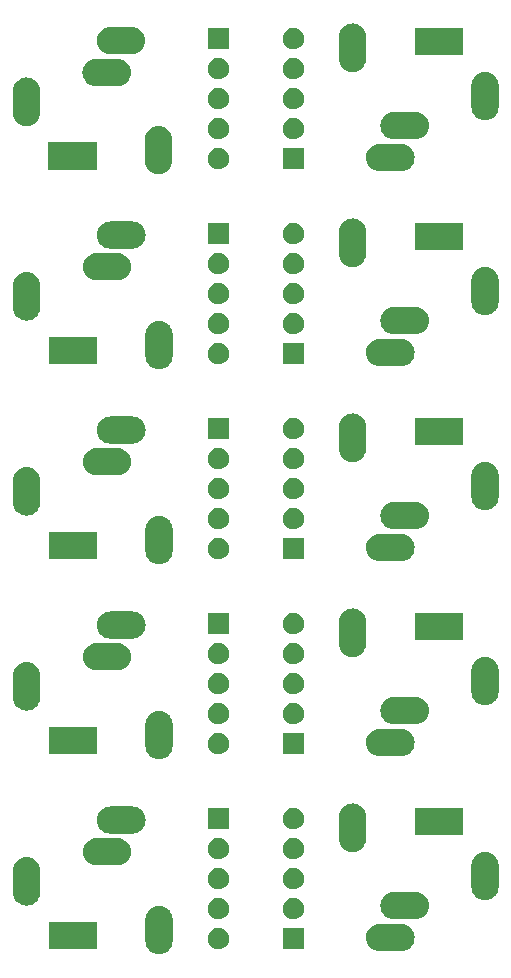
<source format=gbr>
G04 #@! TF.GenerationSoftware,KiCad,Pcbnew,(5.1.5-0-10_14)*
G04 #@! TF.CreationDate,2020-03-15T18:41:56-04:00*
G04 #@! TF.ProjectId,hp_breakout,68705f62-7265-4616-9b6f-75742e6b6963,rev?*
G04 #@! TF.SameCoordinates,Original*
G04 #@! TF.FileFunction,Soldermask,Bot*
G04 #@! TF.FilePolarity,Negative*
%FSLAX46Y46*%
G04 Gerber Fmt 4.6, Leading zero omitted, Abs format (unit mm)*
G04 Created by KiCad (PCBNEW (5.1.5-0-10_14)) date 2020-03-15 18:41:56*
%MOMM*%
%LPD*%
G04 APERTURE LIST*
%ADD10C,0.100000*%
G04 APERTURE END LIST*
D10*
G36*
X56166634Y-105796654D02*
G01*
X56383599Y-105862470D01*
X56383601Y-105862471D01*
X56583553Y-105969347D01*
X56583555Y-105969348D01*
X56583554Y-105969348D01*
X56758818Y-106113182D01*
X56823652Y-106192183D01*
X56902653Y-106288445D01*
X56973801Y-106421555D01*
X57009530Y-106488400D01*
X57075346Y-106705365D01*
X57092000Y-106874457D01*
X57092000Y-108787543D01*
X57075346Y-108956635D01*
X57013852Y-109159354D01*
X57009529Y-109173602D01*
X56902653Y-109373555D01*
X56758818Y-109548818D01*
X56583555Y-109692653D01*
X56383602Y-109799529D01*
X56383600Y-109799530D01*
X56166635Y-109865346D01*
X55941000Y-109887569D01*
X55715366Y-109865346D01*
X55498401Y-109799530D01*
X55498399Y-109799529D01*
X55298446Y-109692653D01*
X55123183Y-109548818D01*
X54979348Y-109373555D01*
X54872472Y-109173602D01*
X54868150Y-109159354D01*
X54806655Y-108956635D01*
X54790000Y-108787543D01*
X54790000Y-106874458D01*
X54806654Y-106705366D01*
X54872470Y-106488401D01*
X54908200Y-106421555D01*
X54979347Y-106288447D01*
X55034207Y-106221600D01*
X55123182Y-106113182D01*
X55255447Y-106004635D01*
X55298445Y-105969347D01*
X55498398Y-105862471D01*
X55498400Y-105862470D01*
X55715365Y-105796654D01*
X55941000Y-105774431D01*
X56166634Y-105796654D01*
G37*
G36*
X76598271Y-107339103D02*
G01*
X76654635Y-107344654D01*
X76871600Y-107410470D01*
X76871602Y-107410471D01*
X77071555Y-107517347D01*
X77246818Y-107661182D01*
X77390653Y-107836445D01*
X77483764Y-108010646D01*
X77497530Y-108036400D01*
X77563346Y-108253365D01*
X77585569Y-108479000D01*
X77563346Y-108704635D01*
X77519914Y-108847811D01*
X77497529Y-108921602D01*
X77390653Y-109121555D01*
X77246818Y-109296818D01*
X77071555Y-109440653D01*
X76871602Y-109547529D01*
X76871600Y-109547530D01*
X76654635Y-109613346D01*
X76598271Y-109618897D01*
X76485545Y-109630000D01*
X74572455Y-109630000D01*
X74459729Y-109618897D01*
X74403365Y-109613346D01*
X74186400Y-109547530D01*
X74186398Y-109547529D01*
X73986445Y-109440653D01*
X73811182Y-109296818D01*
X73667347Y-109121555D01*
X73560471Y-108921602D01*
X73538087Y-108847811D01*
X73494654Y-108704635D01*
X73472431Y-108479000D01*
X73494654Y-108253365D01*
X73560470Y-108036400D01*
X73574236Y-108010646D01*
X73667347Y-107836445D01*
X73811182Y-107661182D01*
X73986445Y-107517347D01*
X74186398Y-107410471D01*
X74186400Y-107410470D01*
X74403365Y-107344654D01*
X74459729Y-107339103D01*
X74572455Y-107328000D01*
X76485545Y-107328000D01*
X76598271Y-107339103D01*
G37*
G36*
X61073512Y-107688927D02*
G01*
X61222812Y-107718624D01*
X61386784Y-107786544D01*
X61534354Y-107885147D01*
X61659853Y-108010646D01*
X61758456Y-108158216D01*
X61826376Y-108322188D01*
X61861000Y-108496259D01*
X61861000Y-108673741D01*
X61826376Y-108847812D01*
X61758456Y-109011784D01*
X61659853Y-109159354D01*
X61534354Y-109284853D01*
X61386784Y-109383456D01*
X61222812Y-109451376D01*
X61073512Y-109481073D01*
X61048742Y-109486000D01*
X60871258Y-109486000D01*
X60846488Y-109481073D01*
X60697188Y-109451376D01*
X60533216Y-109383456D01*
X60385646Y-109284853D01*
X60260147Y-109159354D01*
X60161544Y-109011784D01*
X60093624Y-108847812D01*
X60059000Y-108673741D01*
X60059000Y-108496259D01*
X60093624Y-108322188D01*
X60161544Y-108158216D01*
X60260147Y-108010646D01*
X60385646Y-107885147D01*
X60533216Y-107786544D01*
X60697188Y-107718624D01*
X60846488Y-107688927D01*
X60871258Y-107684000D01*
X61048742Y-107684000D01*
X61073512Y-107688927D01*
G37*
G36*
X68211000Y-109486000D02*
G01*
X66409000Y-109486000D01*
X66409000Y-107684000D01*
X68211000Y-107684000D01*
X68211000Y-109486000D01*
G37*
G36*
X50692000Y-109482000D02*
G01*
X46590000Y-109482000D01*
X46590000Y-107180000D01*
X50692000Y-107180000D01*
X50692000Y-109482000D01*
G37*
G36*
X67423512Y-105148927D02*
G01*
X67572812Y-105178624D01*
X67736784Y-105246544D01*
X67884354Y-105345147D01*
X68009853Y-105470646D01*
X68108456Y-105618216D01*
X68176376Y-105782188D01*
X68211000Y-105956259D01*
X68211000Y-106133741D01*
X68176376Y-106307812D01*
X68108456Y-106471784D01*
X68009853Y-106619354D01*
X67884354Y-106744853D01*
X67736784Y-106843456D01*
X67572812Y-106911376D01*
X67423512Y-106941073D01*
X67398742Y-106946000D01*
X67221258Y-106946000D01*
X67196488Y-106941073D01*
X67047188Y-106911376D01*
X66883216Y-106843456D01*
X66735646Y-106744853D01*
X66610147Y-106619354D01*
X66511544Y-106471784D01*
X66443624Y-106307812D01*
X66409000Y-106133741D01*
X66409000Y-105956259D01*
X66443624Y-105782188D01*
X66511544Y-105618216D01*
X66610147Y-105470646D01*
X66735646Y-105345147D01*
X66883216Y-105246544D01*
X67047188Y-105178624D01*
X67196488Y-105148927D01*
X67221258Y-105144000D01*
X67398742Y-105144000D01*
X67423512Y-105148927D01*
G37*
G36*
X61073512Y-105148927D02*
G01*
X61222812Y-105178624D01*
X61386784Y-105246544D01*
X61534354Y-105345147D01*
X61659853Y-105470646D01*
X61758456Y-105618216D01*
X61826376Y-105782188D01*
X61861000Y-105956259D01*
X61861000Y-106133741D01*
X61826376Y-106307812D01*
X61758456Y-106471784D01*
X61659853Y-106619354D01*
X61534354Y-106744853D01*
X61386784Y-106843456D01*
X61222812Y-106911376D01*
X61073512Y-106941073D01*
X61048742Y-106946000D01*
X60871258Y-106946000D01*
X60846488Y-106941073D01*
X60697188Y-106911376D01*
X60533216Y-106843456D01*
X60385646Y-106744853D01*
X60260147Y-106619354D01*
X60161544Y-106471784D01*
X60093624Y-106307812D01*
X60059000Y-106133741D01*
X60059000Y-105956259D01*
X60093624Y-105782188D01*
X60161544Y-105618216D01*
X60260147Y-105470646D01*
X60385646Y-105345147D01*
X60533216Y-105246544D01*
X60697188Y-105178624D01*
X60846488Y-105148927D01*
X60871258Y-105144000D01*
X61048742Y-105144000D01*
X61073512Y-105148927D01*
G37*
G36*
X77798271Y-104639103D02*
G01*
X77854635Y-104644654D01*
X78071600Y-104710470D01*
X78071602Y-104710471D01*
X78271555Y-104817347D01*
X78446818Y-104961182D01*
X78590653Y-105136445D01*
X78697086Y-105335569D01*
X78697530Y-105336400D01*
X78763346Y-105553365D01*
X78785569Y-105779000D01*
X78763346Y-106004635D01*
X78724182Y-106133742D01*
X78697529Y-106221602D01*
X78590653Y-106421555D01*
X78446818Y-106596818D01*
X78271555Y-106740653D01*
X78079222Y-106843456D01*
X78071600Y-106847530D01*
X77854635Y-106913346D01*
X77798271Y-106918897D01*
X77685545Y-106930000D01*
X75772455Y-106930000D01*
X75659729Y-106918897D01*
X75603365Y-106913346D01*
X75386400Y-106847530D01*
X75378778Y-106843456D01*
X75186445Y-106740653D01*
X75011182Y-106596818D01*
X74867347Y-106421555D01*
X74760471Y-106221602D01*
X74733819Y-106133742D01*
X74694654Y-106004635D01*
X74672431Y-105779000D01*
X74694654Y-105553365D01*
X74760470Y-105336400D01*
X74760914Y-105335569D01*
X74867347Y-105136445D01*
X75011182Y-104961182D01*
X75186445Y-104817347D01*
X75386398Y-104710471D01*
X75386400Y-104710470D01*
X75603365Y-104644654D01*
X75659729Y-104639103D01*
X75772455Y-104628000D01*
X77685545Y-104628000D01*
X77798271Y-104639103D01*
G37*
G36*
X44966634Y-101696654D02*
G01*
X45183599Y-101762470D01*
X45183601Y-101762471D01*
X45383553Y-101869347D01*
X45383555Y-101869348D01*
X45383554Y-101869348D01*
X45558818Y-102013182D01*
X45623652Y-102092183D01*
X45702653Y-102188445D01*
X45806109Y-102382000D01*
X45809530Y-102388400D01*
X45875346Y-102605365D01*
X45892000Y-102774457D01*
X45892000Y-104687543D01*
X45875346Y-104856635D01*
X45832822Y-104996818D01*
X45809529Y-105073602D01*
X45702653Y-105273555D01*
X45558818Y-105448818D01*
X45383555Y-105592653D01*
X45183602Y-105699529D01*
X45183600Y-105699530D01*
X44966635Y-105765346D01*
X44741000Y-105787569D01*
X44515366Y-105765346D01*
X44298401Y-105699530D01*
X44298399Y-105699529D01*
X44098446Y-105592653D01*
X43923183Y-105448818D01*
X43779348Y-105273555D01*
X43672472Y-105073602D01*
X43649180Y-104996818D01*
X43606655Y-104856635D01*
X43590000Y-104687543D01*
X43590000Y-102774458D01*
X43606654Y-102605366D01*
X43672470Y-102388401D01*
X43777099Y-102192653D01*
X43779347Y-102188447D01*
X43893937Y-102048818D01*
X43923182Y-102013182D01*
X44002183Y-101948348D01*
X44098445Y-101869347D01*
X44298398Y-101762471D01*
X44298400Y-101762470D01*
X44515365Y-101696654D01*
X44741000Y-101674431D01*
X44966634Y-101696654D01*
G37*
G36*
X83754635Y-101244654D02*
G01*
X83971600Y-101310470D01*
X83971602Y-101310471D01*
X84171555Y-101417347D01*
X84346818Y-101561182D01*
X84490653Y-101736445D01*
X84561690Y-101869348D01*
X84597530Y-101936400D01*
X84663346Y-102153365D01*
X84668897Y-102209729D01*
X84680000Y-102322455D01*
X84680000Y-104235545D01*
X84663346Y-104404634D01*
X84597529Y-104621602D01*
X84490653Y-104821555D01*
X84461864Y-104856634D01*
X84346818Y-104996818D01*
X84253255Y-105073602D01*
X84171553Y-105140653D01*
X83973444Y-105246544D01*
X83971599Y-105247530D01*
X83754634Y-105313346D01*
X83529000Y-105335569D01*
X83303365Y-105313346D01*
X83086400Y-105247530D01*
X83084555Y-105246544D01*
X82886445Y-105140653D01*
X82790183Y-105061652D01*
X82711182Y-104996818D01*
X82567348Y-104821554D01*
X82565100Y-104817348D01*
X82460471Y-104621601D01*
X82395069Y-104406000D01*
X82394654Y-104404634D01*
X82378000Y-104235542D01*
X82378000Y-102322457D01*
X82394655Y-102153365D01*
X82460471Y-101936400D01*
X82496311Y-101869348D01*
X82567348Y-101736445D01*
X82711183Y-101561182D01*
X82886446Y-101417347D01*
X83086399Y-101310471D01*
X83086401Y-101310470D01*
X83303366Y-101244654D01*
X83529000Y-101222431D01*
X83754635Y-101244654D01*
G37*
G36*
X61055609Y-102605366D02*
G01*
X61222812Y-102638624D01*
X61386784Y-102706544D01*
X61534354Y-102805147D01*
X61659853Y-102930646D01*
X61758456Y-103078216D01*
X61826376Y-103242188D01*
X61861000Y-103416259D01*
X61861000Y-103593741D01*
X61826376Y-103767812D01*
X61758456Y-103931784D01*
X61659853Y-104079354D01*
X61534354Y-104204853D01*
X61386784Y-104303456D01*
X61222812Y-104371376D01*
X61073512Y-104401073D01*
X61048742Y-104406000D01*
X60871258Y-104406000D01*
X60846488Y-104401073D01*
X60697188Y-104371376D01*
X60533216Y-104303456D01*
X60385646Y-104204853D01*
X60260147Y-104079354D01*
X60161544Y-103931784D01*
X60093624Y-103767812D01*
X60059000Y-103593741D01*
X60059000Y-103416259D01*
X60093624Y-103242188D01*
X60161544Y-103078216D01*
X60260147Y-102930646D01*
X60385646Y-102805147D01*
X60533216Y-102706544D01*
X60697188Y-102638624D01*
X60864391Y-102605366D01*
X60871258Y-102604000D01*
X61048742Y-102604000D01*
X61055609Y-102605366D01*
G37*
G36*
X67405609Y-102605366D02*
G01*
X67572812Y-102638624D01*
X67736784Y-102706544D01*
X67884354Y-102805147D01*
X68009853Y-102930646D01*
X68108456Y-103078216D01*
X68176376Y-103242188D01*
X68211000Y-103416259D01*
X68211000Y-103593741D01*
X68176376Y-103767812D01*
X68108456Y-103931784D01*
X68009853Y-104079354D01*
X67884354Y-104204853D01*
X67736784Y-104303456D01*
X67572812Y-104371376D01*
X67423512Y-104401073D01*
X67398742Y-104406000D01*
X67221258Y-104406000D01*
X67196488Y-104401073D01*
X67047188Y-104371376D01*
X66883216Y-104303456D01*
X66735646Y-104204853D01*
X66610147Y-104079354D01*
X66511544Y-103931784D01*
X66443624Y-103767812D01*
X66409000Y-103593741D01*
X66409000Y-103416259D01*
X66443624Y-103242188D01*
X66511544Y-103078216D01*
X66610147Y-102930646D01*
X66735646Y-102805147D01*
X66883216Y-102706544D01*
X67047188Y-102638624D01*
X67214391Y-102605366D01*
X67221258Y-102604000D01*
X67398742Y-102604000D01*
X67405609Y-102605366D01*
G37*
G36*
X52610271Y-100091103D02*
G01*
X52666635Y-100096654D01*
X52883600Y-100162470D01*
X52883602Y-100162471D01*
X53083555Y-100269347D01*
X53258818Y-100413182D01*
X53402653Y-100588445D01*
X53473801Y-100721555D01*
X53509530Y-100788400D01*
X53575346Y-101005365D01*
X53597569Y-101231000D01*
X53575346Y-101456635D01*
X53512184Y-101664852D01*
X53509529Y-101673602D01*
X53402653Y-101873555D01*
X53258818Y-102048818D01*
X53083555Y-102192653D01*
X52883602Y-102299529D01*
X52883600Y-102299530D01*
X52666635Y-102365346D01*
X52610271Y-102370897D01*
X52497545Y-102382000D01*
X50584455Y-102382000D01*
X50471729Y-102370897D01*
X50415365Y-102365346D01*
X50198400Y-102299530D01*
X50198398Y-102299529D01*
X49998445Y-102192653D01*
X49823182Y-102048818D01*
X49679347Y-101873555D01*
X49572471Y-101673602D01*
X49569817Y-101664852D01*
X49506654Y-101456635D01*
X49484431Y-101231000D01*
X49506654Y-101005365D01*
X49572470Y-100788400D01*
X49608199Y-100721555D01*
X49679347Y-100588445D01*
X49823182Y-100413182D01*
X49998445Y-100269347D01*
X50198398Y-100162471D01*
X50198400Y-100162470D01*
X50415365Y-100096654D01*
X50471729Y-100091103D01*
X50584455Y-100080000D01*
X52497545Y-100080000D01*
X52610271Y-100091103D01*
G37*
G36*
X67423512Y-100068927D02*
G01*
X67572812Y-100098624D01*
X67736784Y-100166544D01*
X67884354Y-100265147D01*
X68009853Y-100390646D01*
X68108456Y-100538216D01*
X68176376Y-100702188D01*
X68211000Y-100876259D01*
X68211000Y-101053741D01*
X68176376Y-101227812D01*
X68108456Y-101391784D01*
X68009853Y-101539354D01*
X67884354Y-101664853D01*
X67736784Y-101763456D01*
X67572812Y-101831376D01*
X67423512Y-101861073D01*
X67398742Y-101866000D01*
X67221258Y-101866000D01*
X67196488Y-101861073D01*
X67047188Y-101831376D01*
X66883216Y-101763456D01*
X66735646Y-101664853D01*
X66610147Y-101539354D01*
X66511544Y-101391784D01*
X66443624Y-101227812D01*
X66409000Y-101053741D01*
X66409000Y-100876259D01*
X66443624Y-100702188D01*
X66511544Y-100538216D01*
X66610147Y-100390646D01*
X66735646Y-100265147D01*
X66883216Y-100166544D01*
X67047188Y-100098624D01*
X67196488Y-100068927D01*
X67221258Y-100064000D01*
X67398742Y-100064000D01*
X67423512Y-100068927D01*
G37*
G36*
X61073512Y-100068927D02*
G01*
X61222812Y-100098624D01*
X61386784Y-100166544D01*
X61534354Y-100265147D01*
X61659853Y-100390646D01*
X61758456Y-100538216D01*
X61826376Y-100702188D01*
X61861000Y-100876259D01*
X61861000Y-101053741D01*
X61826376Y-101227812D01*
X61758456Y-101391784D01*
X61659853Y-101539354D01*
X61534354Y-101664853D01*
X61386784Y-101763456D01*
X61222812Y-101831376D01*
X61073512Y-101861073D01*
X61048742Y-101866000D01*
X60871258Y-101866000D01*
X60846488Y-101861073D01*
X60697188Y-101831376D01*
X60533216Y-101763456D01*
X60385646Y-101664853D01*
X60260147Y-101539354D01*
X60161544Y-101391784D01*
X60093624Y-101227812D01*
X60059000Y-101053741D01*
X60059000Y-100876259D01*
X60093624Y-100702188D01*
X60161544Y-100538216D01*
X60260147Y-100390646D01*
X60385646Y-100265147D01*
X60533216Y-100166544D01*
X60697188Y-100098624D01*
X60846488Y-100068927D01*
X60871258Y-100064000D01*
X61048742Y-100064000D01*
X61073512Y-100068927D01*
G37*
G36*
X72554635Y-97144654D02*
G01*
X72771600Y-97210470D01*
X72771602Y-97210471D01*
X72971555Y-97317347D01*
X73146818Y-97461182D01*
X73290653Y-97636445D01*
X73338065Y-97725148D01*
X73397530Y-97836400D01*
X73463346Y-98053365D01*
X73480000Y-98222457D01*
X73480000Y-100135543D01*
X73463346Y-100304635D01*
X73437255Y-100390646D01*
X73397529Y-100521602D01*
X73290653Y-100721555D01*
X73235796Y-100788398D01*
X73146818Y-100896818D01*
X72998204Y-101018781D01*
X72971553Y-101040653D01*
X72771601Y-101147529D01*
X72771599Y-101147530D01*
X72554634Y-101213346D01*
X72329000Y-101235569D01*
X72103365Y-101213346D01*
X71886400Y-101147530D01*
X71886398Y-101147529D01*
X71686445Y-101040653D01*
X71590183Y-100961652D01*
X71511182Y-100896818D01*
X71367348Y-100721554D01*
X71356997Y-100702188D01*
X71260471Y-100521601D01*
X71194655Y-100304635D01*
X71194654Y-100304634D01*
X71178000Y-100135542D01*
X71178000Y-98222457D01*
X71194655Y-98053365D01*
X71260471Y-97836400D01*
X71319936Y-97725148D01*
X71367348Y-97636445D01*
X71511183Y-97461182D01*
X71686446Y-97317347D01*
X71886399Y-97210471D01*
X71886401Y-97210470D01*
X72103366Y-97144654D01*
X72329000Y-97122431D01*
X72554635Y-97144654D01*
G37*
G36*
X81680000Y-99830000D02*
G01*
X77578000Y-99830000D01*
X77578000Y-97528000D01*
X81680000Y-97528000D01*
X81680000Y-99830000D01*
G37*
G36*
X53810271Y-97391103D02*
G01*
X53866635Y-97396654D01*
X54083600Y-97462470D01*
X54083602Y-97462471D01*
X54283555Y-97569347D01*
X54458818Y-97713182D01*
X54602653Y-97888445D01*
X54690804Y-98053366D01*
X54709530Y-98088400D01*
X54775346Y-98305365D01*
X54797569Y-98531000D01*
X54775346Y-98756635D01*
X54746483Y-98851784D01*
X54709529Y-98973602D01*
X54602653Y-99173555D01*
X54458818Y-99348818D01*
X54283555Y-99492653D01*
X54083602Y-99599529D01*
X54083600Y-99599530D01*
X53866635Y-99665346D01*
X53810271Y-99670897D01*
X53697545Y-99682000D01*
X51784455Y-99682000D01*
X51671729Y-99670897D01*
X51615365Y-99665346D01*
X51398400Y-99599530D01*
X51398398Y-99599529D01*
X51198445Y-99492653D01*
X51023182Y-99348818D01*
X50879347Y-99173555D01*
X50772471Y-98973602D01*
X50735518Y-98851784D01*
X50706654Y-98756635D01*
X50684431Y-98531000D01*
X50706654Y-98305365D01*
X50772470Y-98088400D01*
X50791196Y-98053366D01*
X50879347Y-97888445D01*
X51023182Y-97713182D01*
X51198445Y-97569347D01*
X51398398Y-97462471D01*
X51398400Y-97462470D01*
X51615365Y-97396654D01*
X51671729Y-97391103D01*
X51784455Y-97380000D01*
X53697545Y-97380000D01*
X53810271Y-97391103D01*
G37*
G36*
X67418851Y-97528000D02*
G01*
X67572812Y-97558624D01*
X67736784Y-97626544D01*
X67884354Y-97725147D01*
X68009853Y-97850646D01*
X68108456Y-97998216D01*
X68176376Y-98162188D01*
X68211000Y-98336259D01*
X68211000Y-98513741D01*
X68176376Y-98687812D01*
X68108456Y-98851784D01*
X68009853Y-98999354D01*
X67884354Y-99124853D01*
X67736784Y-99223456D01*
X67572812Y-99291376D01*
X67423512Y-99321073D01*
X67398742Y-99326000D01*
X67221258Y-99326000D01*
X67196488Y-99321073D01*
X67047188Y-99291376D01*
X66883216Y-99223456D01*
X66735646Y-99124853D01*
X66610147Y-98999354D01*
X66511544Y-98851784D01*
X66443624Y-98687812D01*
X66409000Y-98513741D01*
X66409000Y-98336259D01*
X66443624Y-98162188D01*
X66511544Y-97998216D01*
X66610147Y-97850646D01*
X66735646Y-97725147D01*
X66883216Y-97626544D01*
X67047188Y-97558624D01*
X67201149Y-97528000D01*
X67221258Y-97524000D01*
X67398742Y-97524000D01*
X67418851Y-97528000D01*
G37*
G36*
X61861000Y-99326000D02*
G01*
X60059000Y-99326000D01*
X60059000Y-97524000D01*
X61861000Y-97524000D01*
X61861000Y-99326000D01*
G37*
G36*
X56166634Y-89286654D02*
G01*
X56383599Y-89352470D01*
X56383601Y-89352471D01*
X56583553Y-89459347D01*
X56583555Y-89459348D01*
X56583554Y-89459348D01*
X56758818Y-89603182D01*
X56823652Y-89682183D01*
X56902653Y-89778445D01*
X56973801Y-89911555D01*
X57009530Y-89978400D01*
X57075346Y-90195365D01*
X57092000Y-90364457D01*
X57092000Y-92277543D01*
X57075346Y-92446635D01*
X57013852Y-92649354D01*
X57009529Y-92663602D01*
X56902653Y-92863555D01*
X56758818Y-93038818D01*
X56583555Y-93182653D01*
X56383602Y-93289529D01*
X56383600Y-93289530D01*
X56166635Y-93355346D01*
X55941000Y-93377569D01*
X55715366Y-93355346D01*
X55498401Y-93289530D01*
X55498399Y-93289529D01*
X55298446Y-93182653D01*
X55123183Y-93038818D01*
X54979348Y-92863555D01*
X54872472Y-92663602D01*
X54868150Y-92649354D01*
X54806655Y-92446635D01*
X54790000Y-92277543D01*
X54790000Y-90364458D01*
X54806654Y-90195366D01*
X54872470Y-89978401D01*
X54908200Y-89911555D01*
X54979347Y-89778447D01*
X55034207Y-89711600D01*
X55123182Y-89603182D01*
X55255447Y-89494635D01*
X55298445Y-89459347D01*
X55498398Y-89352471D01*
X55498400Y-89352470D01*
X55715365Y-89286654D01*
X55941000Y-89264431D01*
X56166634Y-89286654D01*
G37*
G36*
X76598271Y-90829103D02*
G01*
X76654635Y-90834654D01*
X76871600Y-90900470D01*
X76871602Y-90900471D01*
X77071555Y-91007347D01*
X77246818Y-91151182D01*
X77390653Y-91326445D01*
X77483764Y-91500646D01*
X77497530Y-91526400D01*
X77563346Y-91743365D01*
X77585569Y-91969000D01*
X77563346Y-92194635D01*
X77519914Y-92337811D01*
X77497529Y-92411602D01*
X77390653Y-92611555D01*
X77246818Y-92786818D01*
X77071555Y-92930653D01*
X76871602Y-93037529D01*
X76871600Y-93037530D01*
X76654635Y-93103346D01*
X76598271Y-93108897D01*
X76485545Y-93120000D01*
X74572455Y-93120000D01*
X74459729Y-93108897D01*
X74403365Y-93103346D01*
X74186400Y-93037530D01*
X74186398Y-93037529D01*
X73986445Y-92930653D01*
X73811182Y-92786818D01*
X73667347Y-92611555D01*
X73560471Y-92411602D01*
X73538087Y-92337811D01*
X73494654Y-92194635D01*
X73472431Y-91969000D01*
X73494654Y-91743365D01*
X73560470Y-91526400D01*
X73574236Y-91500646D01*
X73667347Y-91326445D01*
X73811182Y-91151182D01*
X73986445Y-91007347D01*
X74186398Y-90900471D01*
X74186400Y-90900470D01*
X74403365Y-90834654D01*
X74459729Y-90829103D01*
X74572455Y-90818000D01*
X76485545Y-90818000D01*
X76598271Y-90829103D01*
G37*
G36*
X61073512Y-91178927D02*
G01*
X61222812Y-91208624D01*
X61386784Y-91276544D01*
X61534354Y-91375147D01*
X61659853Y-91500646D01*
X61758456Y-91648216D01*
X61826376Y-91812188D01*
X61861000Y-91986259D01*
X61861000Y-92163741D01*
X61826376Y-92337812D01*
X61758456Y-92501784D01*
X61659853Y-92649354D01*
X61534354Y-92774853D01*
X61386784Y-92873456D01*
X61222812Y-92941376D01*
X61073512Y-92971073D01*
X61048742Y-92976000D01*
X60871258Y-92976000D01*
X60846488Y-92971073D01*
X60697188Y-92941376D01*
X60533216Y-92873456D01*
X60385646Y-92774853D01*
X60260147Y-92649354D01*
X60161544Y-92501784D01*
X60093624Y-92337812D01*
X60059000Y-92163741D01*
X60059000Y-91986259D01*
X60093624Y-91812188D01*
X60161544Y-91648216D01*
X60260147Y-91500646D01*
X60385646Y-91375147D01*
X60533216Y-91276544D01*
X60697188Y-91208624D01*
X60846488Y-91178927D01*
X60871258Y-91174000D01*
X61048742Y-91174000D01*
X61073512Y-91178927D01*
G37*
G36*
X68211000Y-92976000D02*
G01*
X66409000Y-92976000D01*
X66409000Y-91174000D01*
X68211000Y-91174000D01*
X68211000Y-92976000D01*
G37*
G36*
X50692000Y-92972000D02*
G01*
X46590000Y-92972000D01*
X46590000Y-90670000D01*
X50692000Y-90670000D01*
X50692000Y-92972000D01*
G37*
G36*
X61073512Y-88638927D02*
G01*
X61222812Y-88668624D01*
X61386784Y-88736544D01*
X61534354Y-88835147D01*
X61659853Y-88960646D01*
X61758456Y-89108216D01*
X61826376Y-89272188D01*
X61861000Y-89446259D01*
X61861000Y-89623741D01*
X61826376Y-89797812D01*
X61758456Y-89961784D01*
X61659853Y-90109354D01*
X61534354Y-90234853D01*
X61386784Y-90333456D01*
X61222812Y-90401376D01*
X61073512Y-90431073D01*
X61048742Y-90436000D01*
X60871258Y-90436000D01*
X60846488Y-90431073D01*
X60697188Y-90401376D01*
X60533216Y-90333456D01*
X60385646Y-90234853D01*
X60260147Y-90109354D01*
X60161544Y-89961784D01*
X60093624Y-89797812D01*
X60059000Y-89623741D01*
X60059000Y-89446259D01*
X60093624Y-89272188D01*
X60161544Y-89108216D01*
X60260147Y-88960646D01*
X60385646Y-88835147D01*
X60533216Y-88736544D01*
X60697188Y-88668624D01*
X60846488Y-88638927D01*
X60871258Y-88634000D01*
X61048742Y-88634000D01*
X61073512Y-88638927D01*
G37*
G36*
X67423512Y-88638927D02*
G01*
X67572812Y-88668624D01*
X67736784Y-88736544D01*
X67884354Y-88835147D01*
X68009853Y-88960646D01*
X68108456Y-89108216D01*
X68176376Y-89272188D01*
X68211000Y-89446259D01*
X68211000Y-89623741D01*
X68176376Y-89797812D01*
X68108456Y-89961784D01*
X68009853Y-90109354D01*
X67884354Y-90234853D01*
X67736784Y-90333456D01*
X67572812Y-90401376D01*
X67423512Y-90431073D01*
X67398742Y-90436000D01*
X67221258Y-90436000D01*
X67196488Y-90431073D01*
X67047188Y-90401376D01*
X66883216Y-90333456D01*
X66735646Y-90234853D01*
X66610147Y-90109354D01*
X66511544Y-89961784D01*
X66443624Y-89797812D01*
X66409000Y-89623741D01*
X66409000Y-89446259D01*
X66443624Y-89272188D01*
X66511544Y-89108216D01*
X66610147Y-88960646D01*
X66735646Y-88835147D01*
X66883216Y-88736544D01*
X67047188Y-88668624D01*
X67196488Y-88638927D01*
X67221258Y-88634000D01*
X67398742Y-88634000D01*
X67423512Y-88638927D01*
G37*
G36*
X77798271Y-88129103D02*
G01*
X77854635Y-88134654D01*
X78071600Y-88200470D01*
X78071602Y-88200471D01*
X78271555Y-88307347D01*
X78446818Y-88451182D01*
X78590653Y-88626445D01*
X78697086Y-88825569D01*
X78697530Y-88826400D01*
X78763346Y-89043365D01*
X78785569Y-89269000D01*
X78763346Y-89494635D01*
X78724182Y-89623742D01*
X78697529Y-89711602D01*
X78590653Y-89911555D01*
X78446818Y-90086818D01*
X78271555Y-90230653D01*
X78079222Y-90333456D01*
X78071600Y-90337530D01*
X77854635Y-90403346D01*
X77798271Y-90408897D01*
X77685545Y-90420000D01*
X75772455Y-90420000D01*
X75659729Y-90408897D01*
X75603365Y-90403346D01*
X75386400Y-90337530D01*
X75378778Y-90333456D01*
X75186445Y-90230653D01*
X75011182Y-90086818D01*
X74867347Y-89911555D01*
X74760471Y-89711602D01*
X74733819Y-89623742D01*
X74694654Y-89494635D01*
X74672431Y-89269000D01*
X74694654Y-89043365D01*
X74760470Y-88826400D01*
X74760914Y-88825569D01*
X74867347Y-88626445D01*
X75011182Y-88451182D01*
X75186445Y-88307347D01*
X75386398Y-88200471D01*
X75386400Y-88200470D01*
X75603365Y-88134654D01*
X75659729Y-88129103D01*
X75772455Y-88118000D01*
X77685545Y-88118000D01*
X77798271Y-88129103D01*
G37*
G36*
X44966634Y-85186654D02*
G01*
X45183599Y-85252470D01*
X45183601Y-85252471D01*
X45383553Y-85359347D01*
X45383555Y-85359348D01*
X45383554Y-85359348D01*
X45558818Y-85503182D01*
X45623652Y-85582183D01*
X45702653Y-85678445D01*
X45806109Y-85872000D01*
X45809530Y-85878400D01*
X45875346Y-86095365D01*
X45892000Y-86264457D01*
X45892000Y-88177543D01*
X45875346Y-88346635D01*
X45832822Y-88486818D01*
X45809529Y-88563602D01*
X45702653Y-88763555D01*
X45558818Y-88938818D01*
X45383555Y-89082653D01*
X45183602Y-89189529D01*
X45183600Y-89189530D01*
X44966635Y-89255346D01*
X44741000Y-89277569D01*
X44515366Y-89255346D01*
X44298401Y-89189530D01*
X44298399Y-89189529D01*
X44098446Y-89082653D01*
X43923183Y-88938818D01*
X43779348Y-88763555D01*
X43672472Y-88563602D01*
X43649180Y-88486818D01*
X43606655Y-88346635D01*
X43590000Y-88177543D01*
X43590000Y-86264458D01*
X43606654Y-86095366D01*
X43672470Y-85878401D01*
X43777099Y-85682653D01*
X43779347Y-85678447D01*
X43893937Y-85538818D01*
X43923182Y-85503182D01*
X44002183Y-85438348D01*
X44098445Y-85359347D01*
X44298398Y-85252471D01*
X44298400Y-85252470D01*
X44515365Y-85186654D01*
X44741000Y-85164431D01*
X44966634Y-85186654D01*
G37*
G36*
X83754635Y-84734654D02*
G01*
X83971600Y-84800470D01*
X83971602Y-84800471D01*
X84171555Y-84907347D01*
X84346818Y-85051182D01*
X84490653Y-85226445D01*
X84561690Y-85359348D01*
X84597530Y-85426400D01*
X84663346Y-85643365D01*
X84668897Y-85699729D01*
X84680000Y-85812455D01*
X84680000Y-87725545D01*
X84663346Y-87894634D01*
X84597529Y-88111602D01*
X84490653Y-88311555D01*
X84461864Y-88346634D01*
X84346818Y-88486818D01*
X84253255Y-88563602D01*
X84171553Y-88630653D01*
X83973444Y-88736544D01*
X83971599Y-88737530D01*
X83754634Y-88803346D01*
X83529000Y-88825569D01*
X83303365Y-88803346D01*
X83086400Y-88737530D01*
X83084555Y-88736544D01*
X82886445Y-88630653D01*
X82790183Y-88551652D01*
X82711182Y-88486818D01*
X82567348Y-88311554D01*
X82565100Y-88307348D01*
X82460471Y-88111601D01*
X82395069Y-87896000D01*
X82394654Y-87894634D01*
X82378000Y-87725542D01*
X82378000Y-85812457D01*
X82394655Y-85643365D01*
X82460471Y-85426400D01*
X82496311Y-85359348D01*
X82567348Y-85226445D01*
X82711183Y-85051182D01*
X82886446Y-84907347D01*
X83086399Y-84800471D01*
X83086401Y-84800470D01*
X83303366Y-84734654D01*
X83529000Y-84712431D01*
X83754635Y-84734654D01*
G37*
G36*
X61055609Y-86095366D02*
G01*
X61222812Y-86128624D01*
X61386784Y-86196544D01*
X61534354Y-86295147D01*
X61659853Y-86420646D01*
X61758456Y-86568216D01*
X61826376Y-86732188D01*
X61861000Y-86906259D01*
X61861000Y-87083741D01*
X61826376Y-87257812D01*
X61758456Y-87421784D01*
X61659853Y-87569354D01*
X61534354Y-87694853D01*
X61386784Y-87793456D01*
X61222812Y-87861376D01*
X61073512Y-87891073D01*
X61048742Y-87896000D01*
X60871258Y-87896000D01*
X60846488Y-87891073D01*
X60697188Y-87861376D01*
X60533216Y-87793456D01*
X60385646Y-87694853D01*
X60260147Y-87569354D01*
X60161544Y-87421784D01*
X60093624Y-87257812D01*
X60059000Y-87083741D01*
X60059000Y-86906259D01*
X60093624Y-86732188D01*
X60161544Y-86568216D01*
X60260147Y-86420646D01*
X60385646Y-86295147D01*
X60533216Y-86196544D01*
X60697188Y-86128624D01*
X60864391Y-86095366D01*
X60871258Y-86094000D01*
X61048742Y-86094000D01*
X61055609Y-86095366D01*
G37*
G36*
X67405609Y-86095366D02*
G01*
X67572812Y-86128624D01*
X67736784Y-86196544D01*
X67884354Y-86295147D01*
X68009853Y-86420646D01*
X68108456Y-86568216D01*
X68176376Y-86732188D01*
X68211000Y-86906259D01*
X68211000Y-87083741D01*
X68176376Y-87257812D01*
X68108456Y-87421784D01*
X68009853Y-87569354D01*
X67884354Y-87694853D01*
X67736784Y-87793456D01*
X67572812Y-87861376D01*
X67423512Y-87891073D01*
X67398742Y-87896000D01*
X67221258Y-87896000D01*
X67196488Y-87891073D01*
X67047188Y-87861376D01*
X66883216Y-87793456D01*
X66735646Y-87694853D01*
X66610147Y-87569354D01*
X66511544Y-87421784D01*
X66443624Y-87257812D01*
X66409000Y-87083741D01*
X66409000Y-86906259D01*
X66443624Y-86732188D01*
X66511544Y-86568216D01*
X66610147Y-86420646D01*
X66735646Y-86295147D01*
X66883216Y-86196544D01*
X67047188Y-86128624D01*
X67214391Y-86095366D01*
X67221258Y-86094000D01*
X67398742Y-86094000D01*
X67405609Y-86095366D01*
G37*
G36*
X52610271Y-83581103D02*
G01*
X52666635Y-83586654D01*
X52883600Y-83652470D01*
X52883602Y-83652471D01*
X53083555Y-83759347D01*
X53258818Y-83903182D01*
X53402653Y-84078445D01*
X53473801Y-84211555D01*
X53509530Y-84278400D01*
X53575346Y-84495365D01*
X53597569Y-84721000D01*
X53575346Y-84946635D01*
X53512184Y-85154852D01*
X53509529Y-85163602D01*
X53402653Y-85363555D01*
X53258818Y-85538818D01*
X53083555Y-85682653D01*
X52883602Y-85789529D01*
X52883600Y-85789530D01*
X52666635Y-85855346D01*
X52610271Y-85860897D01*
X52497545Y-85872000D01*
X50584455Y-85872000D01*
X50471729Y-85860897D01*
X50415365Y-85855346D01*
X50198400Y-85789530D01*
X50198398Y-85789529D01*
X49998445Y-85682653D01*
X49823182Y-85538818D01*
X49679347Y-85363555D01*
X49572471Y-85163602D01*
X49569817Y-85154852D01*
X49506654Y-84946635D01*
X49484431Y-84721000D01*
X49506654Y-84495365D01*
X49572470Y-84278400D01*
X49608199Y-84211555D01*
X49679347Y-84078445D01*
X49823182Y-83903182D01*
X49998445Y-83759347D01*
X50198398Y-83652471D01*
X50198400Y-83652470D01*
X50415365Y-83586654D01*
X50471729Y-83581103D01*
X50584455Y-83570000D01*
X52497545Y-83570000D01*
X52610271Y-83581103D01*
G37*
G36*
X67423512Y-83558927D02*
G01*
X67572812Y-83588624D01*
X67736784Y-83656544D01*
X67884354Y-83755147D01*
X68009853Y-83880646D01*
X68108456Y-84028216D01*
X68176376Y-84192188D01*
X68211000Y-84366259D01*
X68211000Y-84543741D01*
X68176376Y-84717812D01*
X68108456Y-84881784D01*
X68009853Y-85029354D01*
X67884354Y-85154853D01*
X67736784Y-85253456D01*
X67572812Y-85321376D01*
X67423512Y-85351073D01*
X67398742Y-85356000D01*
X67221258Y-85356000D01*
X67196488Y-85351073D01*
X67047188Y-85321376D01*
X66883216Y-85253456D01*
X66735646Y-85154853D01*
X66610147Y-85029354D01*
X66511544Y-84881784D01*
X66443624Y-84717812D01*
X66409000Y-84543741D01*
X66409000Y-84366259D01*
X66443624Y-84192188D01*
X66511544Y-84028216D01*
X66610147Y-83880646D01*
X66735646Y-83755147D01*
X66883216Y-83656544D01*
X67047188Y-83588624D01*
X67196488Y-83558927D01*
X67221258Y-83554000D01*
X67398742Y-83554000D01*
X67423512Y-83558927D01*
G37*
G36*
X61073512Y-83558927D02*
G01*
X61222812Y-83588624D01*
X61386784Y-83656544D01*
X61534354Y-83755147D01*
X61659853Y-83880646D01*
X61758456Y-84028216D01*
X61826376Y-84192188D01*
X61861000Y-84366259D01*
X61861000Y-84543741D01*
X61826376Y-84717812D01*
X61758456Y-84881784D01*
X61659853Y-85029354D01*
X61534354Y-85154853D01*
X61386784Y-85253456D01*
X61222812Y-85321376D01*
X61073512Y-85351073D01*
X61048742Y-85356000D01*
X60871258Y-85356000D01*
X60846488Y-85351073D01*
X60697188Y-85321376D01*
X60533216Y-85253456D01*
X60385646Y-85154853D01*
X60260147Y-85029354D01*
X60161544Y-84881784D01*
X60093624Y-84717812D01*
X60059000Y-84543741D01*
X60059000Y-84366259D01*
X60093624Y-84192188D01*
X60161544Y-84028216D01*
X60260147Y-83880646D01*
X60385646Y-83755147D01*
X60533216Y-83656544D01*
X60697188Y-83588624D01*
X60846488Y-83558927D01*
X60871258Y-83554000D01*
X61048742Y-83554000D01*
X61073512Y-83558927D01*
G37*
G36*
X72554635Y-80634654D02*
G01*
X72771600Y-80700470D01*
X72771602Y-80700471D01*
X72971555Y-80807347D01*
X73146818Y-80951182D01*
X73290653Y-81126445D01*
X73338065Y-81215148D01*
X73397530Y-81326400D01*
X73463346Y-81543365D01*
X73480000Y-81712457D01*
X73480000Y-83625543D01*
X73463346Y-83794635D01*
X73437255Y-83880646D01*
X73397529Y-84011602D01*
X73290653Y-84211555D01*
X73235796Y-84278398D01*
X73146818Y-84386818D01*
X72998204Y-84508781D01*
X72971553Y-84530653D01*
X72771601Y-84637529D01*
X72771599Y-84637530D01*
X72554634Y-84703346D01*
X72329000Y-84725569D01*
X72103365Y-84703346D01*
X71886400Y-84637530D01*
X71886398Y-84637529D01*
X71686445Y-84530653D01*
X71590183Y-84451652D01*
X71511182Y-84386818D01*
X71367348Y-84211554D01*
X71356997Y-84192188D01*
X71260471Y-84011601D01*
X71194655Y-83794635D01*
X71194654Y-83794634D01*
X71178000Y-83625542D01*
X71178000Y-81712457D01*
X71194655Y-81543365D01*
X71260471Y-81326400D01*
X71319936Y-81215148D01*
X71367348Y-81126445D01*
X71511183Y-80951182D01*
X71686446Y-80807347D01*
X71886399Y-80700471D01*
X71886401Y-80700470D01*
X72103366Y-80634654D01*
X72329000Y-80612431D01*
X72554635Y-80634654D01*
G37*
G36*
X81680000Y-83320000D02*
G01*
X77578000Y-83320000D01*
X77578000Y-81018000D01*
X81680000Y-81018000D01*
X81680000Y-83320000D01*
G37*
G36*
X53810271Y-80881103D02*
G01*
X53866635Y-80886654D01*
X54083600Y-80952470D01*
X54083602Y-80952471D01*
X54283555Y-81059347D01*
X54458818Y-81203182D01*
X54602653Y-81378445D01*
X54690804Y-81543366D01*
X54709530Y-81578400D01*
X54775346Y-81795365D01*
X54797569Y-82021000D01*
X54775346Y-82246635D01*
X54746483Y-82341784D01*
X54709529Y-82463602D01*
X54602653Y-82663555D01*
X54458818Y-82838818D01*
X54283555Y-82982653D01*
X54083602Y-83089529D01*
X54083600Y-83089530D01*
X53866635Y-83155346D01*
X53810271Y-83160897D01*
X53697545Y-83172000D01*
X51784455Y-83172000D01*
X51671729Y-83160897D01*
X51615365Y-83155346D01*
X51398400Y-83089530D01*
X51398398Y-83089529D01*
X51198445Y-82982653D01*
X51023182Y-82838818D01*
X50879347Y-82663555D01*
X50772471Y-82463602D01*
X50735518Y-82341784D01*
X50706654Y-82246635D01*
X50684431Y-82021000D01*
X50706654Y-81795365D01*
X50772470Y-81578400D01*
X50791196Y-81543366D01*
X50879347Y-81378445D01*
X51023182Y-81203182D01*
X51198445Y-81059347D01*
X51398398Y-80952471D01*
X51398400Y-80952470D01*
X51615365Y-80886654D01*
X51671729Y-80881103D01*
X51784455Y-80870000D01*
X53697545Y-80870000D01*
X53810271Y-80881103D01*
G37*
G36*
X67418851Y-81018000D02*
G01*
X67572812Y-81048624D01*
X67736784Y-81116544D01*
X67884354Y-81215147D01*
X68009853Y-81340646D01*
X68108456Y-81488216D01*
X68176376Y-81652188D01*
X68211000Y-81826259D01*
X68211000Y-82003741D01*
X68176376Y-82177812D01*
X68108456Y-82341784D01*
X68009853Y-82489354D01*
X67884354Y-82614853D01*
X67736784Y-82713456D01*
X67572812Y-82781376D01*
X67423512Y-82811073D01*
X67398742Y-82816000D01*
X67221258Y-82816000D01*
X67196488Y-82811073D01*
X67047188Y-82781376D01*
X66883216Y-82713456D01*
X66735646Y-82614853D01*
X66610147Y-82489354D01*
X66511544Y-82341784D01*
X66443624Y-82177812D01*
X66409000Y-82003741D01*
X66409000Y-81826259D01*
X66443624Y-81652188D01*
X66511544Y-81488216D01*
X66610147Y-81340646D01*
X66735646Y-81215147D01*
X66883216Y-81116544D01*
X67047188Y-81048624D01*
X67201149Y-81018000D01*
X67221258Y-81014000D01*
X67398742Y-81014000D01*
X67418851Y-81018000D01*
G37*
G36*
X61861000Y-82816000D02*
G01*
X60059000Y-82816000D01*
X60059000Y-81014000D01*
X61861000Y-81014000D01*
X61861000Y-82816000D01*
G37*
G36*
X56166634Y-72776654D02*
G01*
X56383599Y-72842470D01*
X56383601Y-72842471D01*
X56583553Y-72949347D01*
X56583555Y-72949348D01*
X56583554Y-72949348D01*
X56758818Y-73093182D01*
X56823652Y-73172183D01*
X56902653Y-73268445D01*
X56973801Y-73401555D01*
X57009530Y-73468400D01*
X57075346Y-73685365D01*
X57092000Y-73854457D01*
X57092000Y-75767543D01*
X57075346Y-75936635D01*
X57013852Y-76139354D01*
X57009529Y-76153602D01*
X56902653Y-76353555D01*
X56758818Y-76528818D01*
X56583555Y-76672653D01*
X56383602Y-76779529D01*
X56383600Y-76779530D01*
X56166635Y-76845346D01*
X55941000Y-76867569D01*
X55715366Y-76845346D01*
X55498401Y-76779530D01*
X55498399Y-76779529D01*
X55298446Y-76672653D01*
X55123183Y-76528818D01*
X54979348Y-76353555D01*
X54872472Y-76153602D01*
X54868150Y-76139354D01*
X54806655Y-75936635D01*
X54790000Y-75767543D01*
X54790000Y-73854458D01*
X54806654Y-73685366D01*
X54872470Y-73468401D01*
X54908200Y-73401555D01*
X54979347Y-73268447D01*
X55034207Y-73201600D01*
X55123182Y-73093182D01*
X55255447Y-72984635D01*
X55298445Y-72949347D01*
X55498398Y-72842471D01*
X55498400Y-72842470D01*
X55715365Y-72776654D01*
X55941000Y-72754431D01*
X56166634Y-72776654D01*
G37*
G36*
X76598271Y-74319103D02*
G01*
X76654635Y-74324654D01*
X76871600Y-74390470D01*
X76871602Y-74390471D01*
X77071555Y-74497347D01*
X77246818Y-74641182D01*
X77390653Y-74816445D01*
X77483764Y-74990646D01*
X77497530Y-75016400D01*
X77563346Y-75233365D01*
X77585569Y-75459000D01*
X77563346Y-75684635D01*
X77519914Y-75827811D01*
X77497529Y-75901602D01*
X77390653Y-76101555D01*
X77246818Y-76276818D01*
X77071555Y-76420653D01*
X76871602Y-76527529D01*
X76871600Y-76527530D01*
X76654635Y-76593346D01*
X76598271Y-76598897D01*
X76485545Y-76610000D01*
X74572455Y-76610000D01*
X74459729Y-76598897D01*
X74403365Y-76593346D01*
X74186400Y-76527530D01*
X74186398Y-76527529D01*
X73986445Y-76420653D01*
X73811182Y-76276818D01*
X73667347Y-76101555D01*
X73560471Y-75901602D01*
X73538087Y-75827811D01*
X73494654Y-75684635D01*
X73472431Y-75459000D01*
X73494654Y-75233365D01*
X73560470Y-75016400D01*
X73574236Y-74990646D01*
X73667347Y-74816445D01*
X73811182Y-74641182D01*
X73986445Y-74497347D01*
X74186398Y-74390471D01*
X74186400Y-74390470D01*
X74403365Y-74324654D01*
X74459729Y-74319103D01*
X74572455Y-74308000D01*
X76485545Y-74308000D01*
X76598271Y-74319103D01*
G37*
G36*
X68211000Y-76466000D02*
G01*
X66409000Y-76466000D01*
X66409000Y-74664000D01*
X68211000Y-74664000D01*
X68211000Y-76466000D01*
G37*
G36*
X61073512Y-74668927D02*
G01*
X61222812Y-74698624D01*
X61386784Y-74766544D01*
X61534354Y-74865147D01*
X61659853Y-74990646D01*
X61758456Y-75138216D01*
X61826376Y-75302188D01*
X61861000Y-75476259D01*
X61861000Y-75653741D01*
X61826376Y-75827812D01*
X61758456Y-75991784D01*
X61659853Y-76139354D01*
X61534354Y-76264853D01*
X61386784Y-76363456D01*
X61222812Y-76431376D01*
X61073512Y-76461073D01*
X61048742Y-76466000D01*
X60871258Y-76466000D01*
X60846488Y-76461073D01*
X60697188Y-76431376D01*
X60533216Y-76363456D01*
X60385646Y-76264853D01*
X60260147Y-76139354D01*
X60161544Y-75991784D01*
X60093624Y-75827812D01*
X60059000Y-75653741D01*
X60059000Y-75476259D01*
X60093624Y-75302188D01*
X60161544Y-75138216D01*
X60260147Y-74990646D01*
X60385646Y-74865147D01*
X60533216Y-74766544D01*
X60697188Y-74698624D01*
X60846488Y-74668927D01*
X60871258Y-74664000D01*
X61048742Y-74664000D01*
X61073512Y-74668927D01*
G37*
G36*
X50692000Y-76462000D02*
G01*
X46590000Y-76462000D01*
X46590000Y-74160000D01*
X50692000Y-74160000D01*
X50692000Y-76462000D01*
G37*
G36*
X67423512Y-72128927D02*
G01*
X67572812Y-72158624D01*
X67736784Y-72226544D01*
X67884354Y-72325147D01*
X68009853Y-72450646D01*
X68108456Y-72598216D01*
X68176376Y-72762188D01*
X68211000Y-72936259D01*
X68211000Y-73113741D01*
X68176376Y-73287812D01*
X68108456Y-73451784D01*
X68009853Y-73599354D01*
X67884354Y-73724853D01*
X67736784Y-73823456D01*
X67572812Y-73891376D01*
X67423512Y-73921073D01*
X67398742Y-73926000D01*
X67221258Y-73926000D01*
X67196488Y-73921073D01*
X67047188Y-73891376D01*
X66883216Y-73823456D01*
X66735646Y-73724853D01*
X66610147Y-73599354D01*
X66511544Y-73451784D01*
X66443624Y-73287812D01*
X66409000Y-73113741D01*
X66409000Y-72936259D01*
X66443624Y-72762188D01*
X66511544Y-72598216D01*
X66610147Y-72450646D01*
X66735646Y-72325147D01*
X66883216Y-72226544D01*
X67047188Y-72158624D01*
X67196488Y-72128927D01*
X67221258Y-72124000D01*
X67398742Y-72124000D01*
X67423512Y-72128927D01*
G37*
G36*
X61073512Y-72128927D02*
G01*
X61222812Y-72158624D01*
X61386784Y-72226544D01*
X61534354Y-72325147D01*
X61659853Y-72450646D01*
X61758456Y-72598216D01*
X61826376Y-72762188D01*
X61861000Y-72936259D01*
X61861000Y-73113741D01*
X61826376Y-73287812D01*
X61758456Y-73451784D01*
X61659853Y-73599354D01*
X61534354Y-73724853D01*
X61386784Y-73823456D01*
X61222812Y-73891376D01*
X61073512Y-73921073D01*
X61048742Y-73926000D01*
X60871258Y-73926000D01*
X60846488Y-73921073D01*
X60697188Y-73891376D01*
X60533216Y-73823456D01*
X60385646Y-73724853D01*
X60260147Y-73599354D01*
X60161544Y-73451784D01*
X60093624Y-73287812D01*
X60059000Y-73113741D01*
X60059000Y-72936259D01*
X60093624Y-72762188D01*
X60161544Y-72598216D01*
X60260147Y-72450646D01*
X60385646Y-72325147D01*
X60533216Y-72226544D01*
X60697188Y-72158624D01*
X60846488Y-72128927D01*
X60871258Y-72124000D01*
X61048742Y-72124000D01*
X61073512Y-72128927D01*
G37*
G36*
X77798271Y-71619103D02*
G01*
X77854635Y-71624654D01*
X78071600Y-71690470D01*
X78071602Y-71690471D01*
X78271555Y-71797347D01*
X78446818Y-71941182D01*
X78590653Y-72116445D01*
X78697086Y-72315569D01*
X78697530Y-72316400D01*
X78763346Y-72533365D01*
X78785569Y-72759000D01*
X78763346Y-72984635D01*
X78724182Y-73113742D01*
X78697529Y-73201602D01*
X78590653Y-73401555D01*
X78446818Y-73576818D01*
X78271555Y-73720653D01*
X78079222Y-73823456D01*
X78071600Y-73827530D01*
X77854635Y-73893346D01*
X77798271Y-73898897D01*
X77685545Y-73910000D01*
X75772455Y-73910000D01*
X75659729Y-73898897D01*
X75603365Y-73893346D01*
X75386400Y-73827530D01*
X75378778Y-73823456D01*
X75186445Y-73720653D01*
X75011182Y-73576818D01*
X74867347Y-73401555D01*
X74760471Y-73201602D01*
X74733819Y-73113742D01*
X74694654Y-72984635D01*
X74672431Y-72759000D01*
X74694654Y-72533365D01*
X74760470Y-72316400D01*
X74760914Y-72315569D01*
X74867347Y-72116445D01*
X75011182Y-71941182D01*
X75186445Y-71797347D01*
X75386398Y-71690471D01*
X75386400Y-71690470D01*
X75603365Y-71624654D01*
X75659729Y-71619103D01*
X75772455Y-71608000D01*
X77685545Y-71608000D01*
X77798271Y-71619103D01*
G37*
G36*
X44966634Y-68676654D02*
G01*
X45183599Y-68742470D01*
X45183601Y-68742471D01*
X45383553Y-68849347D01*
X45383555Y-68849348D01*
X45383554Y-68849348D01*
X45558818Y-68993182D01*
X45623652Y-69072183D01*
X45702653Y-69168445D01*
X45806109Y-69362000D01*
X45809530Y-69368400D01*
X45875346Y-69585365D01*
X45892000Y-69754457D01*
X45892000Y-71667543D01*
X45875346Y-71836635D01*
X45832822Y-71976818D01*
X45809529Y-72053602D01*
X45702653Y-72253555D01*
X45558818Y-72428818D01*
X45383555Y-72572653D01*
X45183602Y-72679529D01*
X45183600Y-72679530D01*
X44966635Y-72745346D01*
X44741000Y-72767569D01*
X44515366Y-72745346D01*
X44298401Y-72679530D01*
X44298399Y-72679529D01*
X44098446Y-72572653D01*
X43923183Y-72428818D01*
X43779348Y-72253555D01*
X43672472Y-72053602D01*
X43649180Y-71976818D01*
X43606655Y-71836635D01*
X43590000Y-71667543D01*
X43590000Y-69754458D01*
X43606654Y-69585366D01*
X43672470Y-69368401D01*
X43777099Y-69172653D01*
X43779347Y-69168447D01*
X43893937Y-69028818D01*
X43923182Y-68993182D01*
X44002183Y-68928348D01*
X44098445Y-68849347D01*
X44298398Y-68742471D01*
X44298400Y-68742470D01*
X44515365Y-68676654D01*
X44741000Y-68654431D01*
X44966634Y-68676654D01*
G37*
G36*
X83754635Y-68224654D02*
G01*
X83971600Y-68290470D01*
X83971602Y-68290471D01*
X84171555Y-68397347D01*
X84346818Y-68541182D01*
X84490653Y-68716445D01*
X84561690Y-68849348D01*
X84597530Y-68916400D01*
X84663346Y-69133365D01*
X84668897Y-69189729D01*
X84680000Y-69302455D01*
X84680000Y-71215545D01*
X84663346Y-71384634D01*
X84597529Y-71601602D01*
X84490653Y-71801555D01*
X84461864Y-71836634D01*
X84346818Y-71976818D01*
X84253255Y-72053602D01*
X84171553Y-72120653D01*
X83973444Y-72226544D01*
X83971599Y-72227530D01*
X83754634Y-72293346D01*
X83529000Y-72315569D01*
X83303365Y-72293346D01*
X83086400Y-72227530D01*
X83084555Y-72226544D01*
X82886445Y-72120653D01*
X82790183Y-72041652D01*
X82711182Y-71976818D01*
X82567348Y-71801554D01*
X82565100Y-71797348D01*
X82460471Y-71601601D01*
X82395069Y-71386000D01*
X82394654Y-71384634D01*
X82378000Y-71215542D01*
X82378000Y-69302457D01*
X82394655Y-69133365D01*
X82460471Y-68916400D01*
X82496311Y-68849348D01*
X82567348Y-68716445D01*
X82711183Y-68541182D01*
X82886446Y-68397347D01*
X83086399Y-68290471D01*
X83086401Y-68290470D01*
X83303366Y-68224654D01*
X83529000Y-68202431D01*
X83754635Y-68224654D01*
G37*
G36*
X67405609Y-69585366D02*
G01*
X67572812Y-69618624D01*
X67736784Y-69686544D01*
X67884354Y-69785147D01*
X68009853Y-69910646D01*
X68108456Y-70058216D01*
X68176376Y-70222188D01*
X68211000Y-70396259D01*
X68211000Y-70573741D01*
X68176376Y-70747812D01*
X68108456Y-70911784D01*
X68009853Y-71059354D01*
X67884354Y-71184853D01*
X67736784Y-71283456D01*
X67572812Y-71351376D01*
X67423512Y-71381073D01*
X67398742Y-71386000D01*
X67221258Y-71386000D01*
X67196488Y-71381073D01*
X67047188Y-71351376D01*
X66883216Y-71283456D01*
X66735646Y-71184853D01*
X66610147Y-71059354D01*
X66511544Y-70911784D01*
X66443624Y-70747812D01*
X66409000Y-70573741D01*
X66409000Y-70396259D01*
X66443624Y-70222188D01*
X66511544Y-70058216D01*
X66610147Y-69910646D01*
X66735646Y-69785147D01*
X66883216Y-69686544D01*
X67047188Y-69618624D01*
X67214391Y-69585366D01*
X67221258Y-69584000D01*
X67398742Y-69584000D01*
X67405609Y-69585366D01*
G37*
G36*
X61055609Y-69585366D02*
G01*
X61222812Y-69618624D01*
X61386784Y-69686544D01*
X61534354Y-69785147D01*
X61659853Y-69910646D01*
X61758456Y-70058216D01*
X61826376Y-70222188D01*
X61861000Y-70396259D01*
X61861000Y-70573741D01*
X61826376Y-70747812D01*
X61758456Y-70911784D01*
X61659853Y-71059354D01*
X61534354Y-71184853D01*
X61386784Y-71283456D01*
X61222812Y-71351376D01*
X61073512Y-71381073D01*
X61048742Y-71386000D01*
X60871258Y-71386000D01*
X60846488Y-71381073D01*
X60697188Y-71351376D01*
X60533216Y-71283456D01*
X60385646Y-71184853D01*
X60260147Y-71059354D01*
X60161544Y-70911784D01*
X60093624Y-70747812D01*
X60059000Y-70573741D01*
X60059000Y-70396259D01*
X60093624Y-70222188D01*
X60161544Y-70058216D01*
X60260147Y-69910646D01*
X60385646Y-69785147D01*
X60533216Y-69686544D01*
X60697188Y-69618624D01*
X60864391Y-69585366D01*
X60871258Y-69584000D01*
X61048742Y-69584000D01*
X61055609Y-69585366D01*
G37*
G36*
X52610271Y-67071103D02*
G01*
X52666635Y-67076654D01*
X52883600Y-67142470D01*
X52883602Y-67142471D01*
X53083555Y-67249347D01*
X53258818Y-67393182D01*
X53402653Y-67568445D01*
X53473801Y-67701555D01*
X53509530Y-67768400D01*
X53575346Y-67985365D01*
X53597569Y-68211000D01*
X53575346Y-68436635D01*
X53512184Y-68644852D01*
X53509529Y-68653602D01*
X53402653Y-68853555D01*
X53258818Y-69028818D01*
X53083555Y-69172653D01*
X52883602Y-69279529D01*
X52883600Y-69279530D01*
X52666635Y-69345346D01*
X52610271Y-69350897D01*
X52497545Y-69362000D01*
X50584455Y-69362000D01*
X50471729Y-69350897D01*
X50415365Y-69345346D01*
X50198400Y-69279530D01*
X50198398Y-69279529D01*
X49998445Y-69172653D01*
X49823182Y-69028818D01*
X49679347Y-68853555D01*
X49572471Y-68653602D01*
X49569817Y-68644852D01*
X49506654Y-68436635D01*
X49484431Y-68211000D01*
X49506654Y-67985365D01*
X49572470Y-67768400D01*
X49608199Y-67701555D01*
X49679347Y-67568445D01*
X49823182Y-67393182D01*
X49998445Y-67249347D01*
X50198398Y-67142471D01*
X50198400Y-67142470D01*
X50415365Y-67076654D01*
X50471729Y-67071103D01*
X50584455Y-67060000D01*
X52497545Y-67060000D01*
X52610271Y-67071103D01*
G37*
G36*
X67423512Y-67048927D02*
G01*
X67572812Y-67078624D01*
X67736784Y-67146544D01*
X67884354Y-67245147D01*
X68009853Y-67370646D01*
X68108456Y-67518216D01*
X68176376Y-67682188D01*
X68211000Y-67856259D01*
X68211000Y-68033741D01*
X68176376Y-68207812D01*
X68108456Y-68371784D01*
X68009853Y-68519354D01*
X67884354Y-68644853D01*
X67736784Y-68743456D01*
X67572812Y-68811376D01*
X67423512Y-68841073D01*
X67398742Y-68846000D01*
X67221258Y-68846000D01*
X67196488Y-68841073D01*
X67047188Y-68811376D01*
X66883216Y-68743456D01*
X66735646Y-68644853D01*
X66610147Y-68519354D01*
X66511544Y-68371784D01*
X66443624Y-68207812D01*
X66409000Y-68033741D01*
X66409000Y-67856259D01*
X66443624Y-67682188D01*
X66511544Y-67518216D01*
X66610147Y-67370646D01*
X66735646Y-67245147D01*
X66883216Y-67146544D01*
X67047188Y-67078624D01*
X67196488Y-67048927D01*
X67221258Y-67044000D01*
X67398742Y-67044000D01*
X67423512Y-67048927D01*
G37*
G36*
X61073512Y-67048927D02*
G01*
X61222812Y-67078624D01*
X61386784Y-67146544D01*
X61534354Y-67245147D01*
X61659853Y-67370646D01*
X61758456Y-67518216D01*
X61826376Y-67682188D01*
X61861000Y-67856259D01*
X61861000Y-68033741D01*
X61826376Y-68207812D01*
X61758456Y-68371784D01*
X61659853Y-68519354D01*
X61534354Y-68644853D01*
X61386784Y-68743456D01*
X61222812Y-68811376D01*
X61073512Y-68841073D01*
X61048742Y-68846000D01*
X60871258Y-68846000D01*
X60846488Y-68841073D01*
X60697188Y-68811376D01*
X60533216Y-68743456D01*
X60385646Y-68644853D01*
X60260147Y-68519354D01*
X60161544Y-68371784D01*
X60093624Y-68207812D01*
X60059000Y-68033741D01*
X60059000Y-67856259D01*
X60093624Y-67682188D01*
X60161544Y-67518216D01*
X60260147Y-67370646D01*
X60385646Y-67245147D01*
X60533216Y-67146544D01*
X60697188Y-67078624D01*
X60846488Y-67048927D01*
X60871258Y-67044000D01*
X61048742Y-67044000D01*
X61073512Y-67048927D01*
G37*
G36*
X72554635Y-64124654D02*
G01*
X72771600Y-64190470D01*
X72771602Y-64190471D01*
X72971555Y-64297347D01*
X73146818Y-64441182D01*
X73290653Y-64616445D01*
X73338065Y-64705148D01*
X73397530Y-64816400D01*
X73463346Y-65033365D01*
X73480000Y-65202457D01*
X73480000Y-67115543D01*
X73463346Y-67284635D01*
X73437255Y-67370646D01*
X73397529Y-67501602D01*
X73290653Y-67701555D01*
X73235796Y-67768398D01*
X73146818Y-67876818D01*
X72998204Y-67998781D01*
X72971553Y-68020653D01*
X72771601Y-68127529D01*
X72771599Y-68127530D01*
X72554634Y-68193346D01*
X72329000Y-68215569D01*
X72103365Y-68193346D01*
X71886400Y-68127530D01*
X71886398Y-68127529D01*
X71686445Y-68020653D01*
X71590183Y-67941652D01*
X71511182Y-67876818D01*
X71367348Y-67701554D01*
X71356997Y-67682188D01*
X71260471Y-67501601D01*
X71194655Y-67284635D01*
X71194654Y-67284634D01*
X71178000Y-67115542D01*
X71178000Y-65202457D01*
X71194655Y-65033365D01*
X71260471Y-64816400D01*
X71319936Y-64705148D01*
X71367348Y-64616445D01*
X71511183Y-64441182D01*
X71686446Y-64297347D01*
X71886399Y-64190471D01*
X71886401Y-64190470D01*
X72103366Y-64124654D01*
X72329000Y-64102431D01*
X72554635Y-64124654D01*
G37*
G36*
X81680000Y-66810000D02*
G01*
X77578000Y-66810000D01*
X77578000Y-64508000D01*
X81680000Y-64508000D01*
X81680000Y-66810000D01*
G37*
G36*
X53810271Y-64371103D02*
G01*
X53866635Y-64376654D01*
X54083600Y-64442470D01*
X54083602Y-64442471D01*
X54283555Y-64549347D01*
X54458818Y-64693182D01*
X54602653Y-64868445D01*
X54690804Y-65033366D01*
X54709530Y-65068400D01*
X54775346Y-65285365D01*
X54797569Y-65511000D01*
X54775346Y-65736635D01*
X54746483Y-65831784D01*
X54709529Y-65953602D01*
X54602653Y-66153555D01*
X54458818Y-66328818D01*
X54283555Y-66472653D01*
X54083602Y-66579529D01*
X54083600Y-66579530D01*
X53866635Y-66645346D01*
X53810271Y-66650897D01*
X53697545Y-66662000D01*
X51784455Y-66662000D01*
X51671729Y-66650897D01*
X51615365Y-66645346D01*
X51398400Y-66579530D01*
X51398398Y-66579529D01*
X51198445Y-66472653D01*
X51023182Y-66328818D01*
X50879347Y-66153555D01*
X50772471Y-65953602D01*
X50735518Y-65831784D01*
X50706654Y-65736635D01*
X50684431Y-65511000D01*
X50706654Y-65285365D01*
X50772470Y-65068400D01*
X50791196Y-65033366D01*
X50879347Y-64868445D01*
X51023182Y-64693182D01*
X51198445Y-64549347D01*
X51398398Y-64442471D01*
X51398400Y-64442470D01*
X51615365Y-64376654D01*
X51671729Y-64371103D01*
X51784455Y-64360000D01*
X53697545Y-64360000D01*
X53810271Y-64371103D01*
G37*
G36*
X61861000Y-66306000D02*
G01*
X60059000Y-66306000D01*
X60059000Y-64504000D01*
X61861000Y-64504000D01*
X61861000Y-66306000D01*
G37*
G36*
X67418851Y-64508000D02*
G01*
X67572812Y-64538624D01*
X67736784Y-64606544D01*
X67884354Y-64705147D01*
X68009853Y-64830646D01*
X68108456Y-64978216D01*
X68176376Y-65142188D01*
X68211000Y-65316259D01*
X68211000Y-65493741D01*
X68176376Y-65667812D01*
X68108456Y-65831784D01*
X68009853Y-65979354D01*
X67884354Y-66104853D01*
X67736784Y-66203456D01*
X67572812Y-66271376D01*
X67423512Y-66301073D01*
X67398742Y-66306000D01*
X67221258Y-66306000D01*
X67196488Y-66301073D01*
X67047188Y-66271376D01*
X66883216Y-66203456D01*
X66735646Y-66104853D01*
X66610147Y-65979354D01*
X66511544Y-65831784D01*
X66443624Y-65667812D01*
X66409000Y-65493741D01*
X66409000Y-65316259D01*
X66443624Y-65142188D01*
X66511544Y-64978216D01*
X66610147Y-64830646D01*
X66735646Y-64705147D01*
X66883216Y-64606544D01*
X67047188Y-64538624D01*
X67201149Y-64508000D01*
X67221258Y-64504000D01*
X67398742Y-64504000D01*
X67418851Y-64508000D01*
G37*
G36*
X56166634Y-56266654D02*
G01*
X56383599Y-56332470D01*
X56383601Y-56332471D01*
X56583553Y-56439347D01*
X56583555Y-56439348D01*
X56583554Y-56439348D01*
X56758818Y-56583182D01*
X56823652Y-56662183D01*
X56902653Y-56758445D01*
X56973801Y-56891555D01*
X57009530Y-56958400D01*
X57075346Y-57175365D01*
X57092000Y-57344457D01*
X57092000Y-59257543D01*
X57075346Y-59426635D01*
X57013852Y-59629354D01*
X57009529Y-59643602D01*
X56902653Y-59843555D01*
X56758818Y-60018818D01*
X56583555Y-60162653D01*
X56383602Y-60269529D01*
X56383600Y-60269530D01*
X56166635Y-60335346D01*
X55941000Y-60357569D01*
X55715366Y-60335346D01*
X55498401Y-60269530D01*
X55498399Y-60269529D01*
X55298446Y-60162653D01*
X55123183Y-60018818D01*
X54979348Y-59843555D01*
X54872472Y-59643602D01*
X54868150Y-59629354D01*
X54806655Y-59426635D01*
X54790000Y-59257543D01*
X54790000Y-57344458D01*
X54806654Y-57175366D01*
X54872470Y-56958401D01*
X54908200Y-56891555D01*
X54979347Y-56758447D01*
X55034207Y-56691600D01*
X55123182Y-56583182D01*
X55255447Y-56474635D01*
X55298445Y-56439347D01*
X55498398Y-56332471D01*
X55498400Y-56332470D01*
X55715365Y-56266654D01*
X55941000Y-56244431D01*
X56166634Y-56266654D01*
G37*
G36*
X76598271Y-57809103D02*
G01*
X76654635Y-57814654D01*
X76871600Y-57880470D01*
X76871602Y-57880471D01*
X77071555Y-57987347D01*
X77246818Y-58131182D01*
X77390653Y-58306445D01*
X77483764Y-58480646D01*
X77497530Y-58506400D01*
X77563346Y-58723365D01*
X77585569Y-58949000D01*
X77563346Y-59174635D01*
X77519914Y-59317811D01*
X77497529Y-59391602D01*
X77390653Y-59591555D01*
X77246818Y-59766818D01*
X77071555Y-59910653D01*
X76871602Y-60017529D01*
X76871600Y-60017530D01*
X76654635Y-60083346D01*
X76598271Y-60088897D01*
X76485545Y-60100000D01*
X74572455Y-60100000D01*
X74459729Y-60088897D01*
X74403365Y-60083346D01*
X74186400Y-60017530D01*
X74186398Y-60017529D01*
X73986445Y-59910653D01*
X73811182Y-59766818D01*
X73667347Y-59591555D01*
X73560471Y-59391602D01*
X73538087Y-59317811D01*
X73494654Y-59174635D01*
X73472431Y-58949000D01*
X73494654Y-58723365D01*
X73560470Y-58506400D01*
X73574236Y-58480646D01*
X73667347Y-58306445D01*
X73811182Y-58131182D01*
X73986445Y-57987347D01*
X74186398Y-57880471D01*
X74186400Y-57880470D01*
X74403365Y-57814654D01*
X74459729Y-57809103D01*
X74572455Y-57798000D01*
X76485545Y-57798000D01*
X76598271Y-57809103D01*
G37*
G36*
X61073512Y-58158927D02*
G01*
X61222812Y-58188624D01*
X61386784Y-58256544D01*
X61534354Y-58355147D01*
X61659853Y-58480646D01*
X61758456Y-58628216D01*
X61826376Y-58792188D01*
X61861000Y-58966259D01*
X61861000Y-59143741D01*
X61826376Y-59317812D01*
X61758456Y-59481784D01*
X61659853Y-59629354D01*
X61534354Y-59754853D01*
X61386784Y-59853456D01*
X61222812Y-59921376D01*
X61073512Y-59951073D01*
X61048742Y-59956000D01*
X60871258Y-59956000D01*
X60846488Y-59951073D01*
X60697188Y-59921376D01*
X60533216Y-59853456D01*
X60385646Y-59754853D01*
X60260147Y-59629354D01*
X60161544Y-59481784D01*
X60093624Y-59317812D01*
X60059000Y-59143741D01*
X60059000Y-58966259D01*
X60093624Y-58792188D01*
X60161544Y-58628216D01*
X60260147Y-58480646D01*
X60385646Y-58355147D01*
X60533216Y-58256544D01*
X60697188Y-58188624D01*
X60846488Y-58158927D01*
X60871258Y-58154000D01*
X61048742Y-58154000D01*
X61073512Y-58158927D01*
G37*
G36*
X68211000Y-59956000D02*
G01*
X66409000Y-59956000D01*
X66409000Y-58154000D01*
X68211000Y-58154000D01*
X68211000Y-59956000D01*
G37*
G36*
X50692000Y-59952000D02*
G01*
X46590000Y-59952000D01*
X46590000Y-57650000D01*
X50692000Y-57650000D01*
X50692000Y-59952000D01*
G37*
G36*
X67423512Y-55618927D02*
G01*
X67572812Y-55648624D01*
X67736784Y-55716544D01*
X67884354Y-55815147D01*
X68009853Y-55940646D01*
X68108456Y-56088216D01*
X68176376Y-56252188D01*
X68211000Y-56426259D01*
X68211000Y-56603741D01*
X68176376Y-56777812D01*
X68108456Y-56941784D01*
X68009853Y-57089354D01*
X67884354Y-57214853D01*
X67736784Y-57313456D01*
X67572812Y-57381376D01*
X67423512Y-57411073D01*
X67398742Y-57416000D01*
X67221258Y-57416000D01*
X67196488Y-57411073D01*
X67047188Y-57381376D01*
X66883216Y-57313456D01*
X66735646Y-57214853D01*
X66610147Y-57089354D01*
X66511544Y-56941784D01*
X66443624Y-56777812D01*
X66409000Y-56603741D01*
X66409000Y-56426259D01*
X66443624Y-56252188D01*
X66511544Y-56088216D01*
X66610147Y-55940646D01*
X66735646Y-55815147D01*
X66883216Y-55716544D01*
X67047188Y-55648624D01*
X67196488Y-55618927D01*
X67221258Y-55614000D01*
X67398742Y-55614000D01*
X67423512Y-55618927D01*
G37*
G36*
X61073512Y-55618927D02*
G01*
X61222812Y-55648624D01*
X61386784Y-55716544D01*
X61534354Y-55815147D01*
X61659853Y-55940646D01*
X61758456Y-56088216D01*
X61826376Y-56252188D01*
X61861000Y-56426259D01*
X61861000Y-56603741D01*
X61826376Y-56777812D01*
X61758456Y-56941784D01*
X61659853Y-57089354D01*
X61534354Y-57214853D01*
X61386784Y-57313456D01*
X61222812Y-57381376D01*
X61073512Y-57411073D01*
X61048742Y-57416000D01*
X60871258Y-57416000D01*
X60846488Y-57411073D01*
X60697188Y-57381376D01*
X60533216Y-57313456D01*
X60385646Y-57214853D01*
X60260147Y-57089354D01*
X60161544Y-56941784D01*
X60093624Y-56777812D01*
X60059000Y-56603741D01*
X60059000Y-56426259D01*
X60093624Y-56252188D01*
X60161544Y-56088216D01*
X60260147Y-55940646D01*
X60385646Y-55815147D01*
X60533216Y-55716544D01*
X60697188Y-55648624D01*
X60846488Y-55618927D01*
X60871258Y-55614000D01*
X61048742Y-55614000D01*
X61073512Y-55618927D01*
G37*
G36*
X77798271Y-55109103D02*
G01*
X77854635Y-55114654D01*
X78071600Y-55180470D01*
X78071602Y-55180471D01*
X78271555Y-55287347D01*
X78446818Y-55431182D01*
X78590653Y-55606445D01*
X78697086Y-55805569D01*
X78697530Y-55806400D01*
X78763346Y-56023365D01*
X78785569Y-56249000D01*
X78763346Y-56474635D01*
X78724182Y-56603742D01*
X78697529Y-56691602D01*
X78590653Y-56891555D01*
X78446818Y-57066818D01*
X78271555Y-57210653D01*
X78079222Y-57313456D01*
X78071600Y-57317530D01*
X77854635Y-57383346D01*
X77798271Y-57388897D01*
X77685545Y-57400000D01*
X75772455Y-57400000D01*
X75659729Y-57388897D01*
X75603365Y-57383346D01*
X75386400Y-57317530D01*
X75378778Y-57313456D01*
X75186445Y-57210653D01*
X75011182Y-57066818D01*
X74867347Y-56891555D01*
X74760471Y-56691602D01*
X74733819Y-56603742D01*
X74694654Y-56474635D01*
X74672431Y-56249000D01*
X74694654Y-56023365D01*
X74760470Y-55806400D01*
X74760914Y-55805569D01*
X74867347Y-55606445D01*
X75011182Y-55431182D01*
X75186445Y-55287347D01*
X75386398Y-55180471D01*
X75386400Y-55180470D01*
X75603365Y-55114654D01*
X75659729Y-55109103D01*
X75772455Y-55098000D01*
X77685545Y-55098000D01*
X77798271Y-55109103D01*
G37*
G36*
X44966634Y-52166654D02*
G01*
X45183599Y-52232470D01*
X45183601Y-52232471D01*
X45383553Y-52339347D01*
X45383555Y-52339348D01*
X45383554Y-52339348D01*
X45558818Y-52483182D01*
X45623652Y-52562183D01*
X45702653Y-52658445D01*
X45806109Y-52852000D01*
X45809530Y-52858400D01*
X45875346Y-53075365D01*
X45892000Y-53244457D01*
X45892000Y-55157543D01*
X45875346Y-55326635D01*
X45832822Y-55466818D01*
X45809529Y-55543602D01*
X45702653Y-55743555D01*
X45558818Y-55918818D01*
X45383555Y-56062653D01*
X45183602Y-56169529D01*
X45183600Y-56169530D01*
X44966635Y-56235346D01*
X44741000Y-56257569D01*
X44515366Y-56235346D01*
X44298401Y-56169530D01*
X44298399Y-56169529D01*
X44098446Y-56062653D01*
X43923183Y-55918818D01*
X43779348Y-55743555D01*
X43672472Y-55543602D01*
X43649180Y-55466818D01*
X43606655Y-55326635D01*
X43590000Y-55157543D01*
X43590000Y-53244458D01*
X43606654Y-53075366D01*
X43672470Y-52858401D01*
X43777099Y-52662653D01*
X43779347Y-52658447D01*
X43893937Y-52518818D01*
X43923182Y-52483182D01*
X44002183Y-52418348D01*
X44098445Y-52339347D01*
X44298398Y-52232471D01*
X44298400Y-52232470D01*
X44515365Y-52166654D01*
X44741000Y-52144431D01*
X44966634Y-52166654D01*
G37*
G36*
X83754635Y-51714654D02*
G01*
X83971600Y-51780470D01*
X83971602Y-51780471D01*
X84171555Y-51887347D01*
X84346818Y-52031182D01*
X84490653Y-52206445D01*
X84561690Y-52339348D01*
X84597530Y-52406400D01*
X84663346Y-52623365D01*
X84668897Y-52679729D01*
X84680000Y-52792455D01*
X84680000Y-54705545D01*
X84663346Y-54874634D01*
X84597529Y-55091602D01*
X84490653Y-55291555D01*
X84461864Y-55326634D01*
X84346818Y-55466818D01*
X84253255Y-55543602D01*
X84171553Y-55610653D01*
X83973444Y-55716544D01*
X83971599Y-55717530D01*
X83754634Y-55783346D01*
X83529000Y-55805569D01*
X83303365Y-55783346D01*
X83086400Y-55717530D01*
X83084555Y-55716544D01*
X82886445Y-55610653D01*
X82790183Y-55531652D01*
X82711182Y-55466818D01*
X82567348Y-55291554D01*
X82565100Y-55287348D01*
X82460471Y-55091601D01*
X82395069Y-54876000D01*
X82394654Y-54874634D01*
X82378000Y-54705542D01*
X82378000Y-52792457D01*
X82394655Y-52623365D01*
X82460471Y-52406400D01*
X82496311Y-52339348D01*
X82567348Y-52206445D01*
X82711183Y-52031182D01*
X82886446Y-51887347D01*
X83086399Y-51780471D01*
X83086401Y-51780470D01*
X83303366Y-51714654D01*
X83529000Y-51692431D01*
X83754635Y-51714654D01*
G37*
G36*
X67405609Y-53075366D02*
G01*
X67572812Y-53108624D01*
X67736784Y-53176544D01*
X67884354Y-53275147D01*
X68009853Y-53400646D01*
X68108456Y-53548216D01*
X68176376Y-53712188D01*
X68211000Y-53886259D01*
X68211000Y-54063741D01*
X68176376Y-54237812D01*
X68108456Y-54401784D01*
X68009853Y-54549354D01*
X67884354Y-54674853D01*
X67736784Y-54773456D01*
X67572812Y-54841376D01*
X67423512Y-54871073D01*
X67398742Y-54876000D01*
X67221258Y-54876000D01*
X67196488Y-54871073D01*
X67047188Y-54841376D01*
X66883216Y-54773456D01*
X66735646Y-54674853D01*
X66610147Y-54549354D01*
X66511544Y-54401784D01*
X66443624Y-54237812D01*
X66409000Y-54063741D01*
X66409000Y-53886259D01*
X66443624Y-53712188D01*
X66511544Y-53548216D01*
X66610147Y-53400646D01*
X66735646Y-53275147D01*
X66883216Y-53176544D01*
X67047188Y-53108624D01*
X67214391Y-53075366D01*
X67221258Y-53074000D01*
X67398742Y-53074000D01*
X67405609Y-53075366D01*
G37*
G36*
X61055609Y-53075366D02*
G01*
X61222812Y-53108624D01*
X61386784Y-53176544D01*
X61534354Y-53275147D01*
X61659853Y-53400646D01*
X61758456Y-53548216D01*
X61826376Y-53712188D01*
X61861000Y-53886259D01*
X61861000Y-54063741D01*
X61826376Y-54237812D01*
X61758456Y-54401784D01*
X61659853Y-54549354D01*
X61534354Y-54674853D01*
X61386784Y-54773456D01*
X61222812Y-54841376D01*
X61073512Y-54871073D01*
X61048742Y-54876000D01*
X60871258Y-54876000D01*
X60846488Y-54871073D01*
X60697188Y-54841376D01*
X60533216Y-54773456D01*
X60385646Y-54674853D01*
X60260147Y-54549354D01*
X60161544Y-54401784D01*
X60093624Y-54237812D01*
X60059000Y-54063741D01*
X60059000Y-53886259D01*
X60093624Y-53712188D01*
X60161544Y-53548216D01*
X60260147Y-53400646D01*
X60385646Y-53275147D01*
X60533216Y-53176544D01*
X60697188Y-53108624D01*
X60864391Y-53075366D01*
X60871258Y-53074000D01*
X61048742Y-53074000D01*
X61055609Y-53075366D01*
G37*
G36*
X52610271Y-50561103D02*
G01*
X52666635Y-50566654D01*
X52883600Y-50632470D01*
X52883602Y-50632471D01*
X53083555Y-50739347D01*
X53258818Y-50883182D01*
X53402653Y-51058445D01*
X53473801Y-51191555D01*
X53509530Y-51258400D01*
X53575346Y-51475365D01*
X53597569Y-51701000D01*
X53575346Y-51926635D01*
X53512184Y-52134852D01*
X53509529Y-52143602D01*
X53402653Y-52343555D01*
X53258818Y-52518818D01*
X53083555Y-52662653D01*
X52883602Y-52769529D01*
X52883600Y-52769530D01*
X52666635Y-52835346D01*
X52610271Y-52840897D01*
X52497545Y-52852000D01*
X50584455Y-52852000D01*
X50471729Y-52840897D01*
X50415365Y-52835346D01*
X50198400Y-52769530D01*
X50198398Y-52769529D01*
X49998445Y-52662653D01*
X49823182Y-52518818D01*
X49679347Y-52343555D01*
X49572471Y-52143602D01*
X49569817Y-52134852D01*
X49506654Y-51926635D01*
X49484431Y-51701000D01*
X49506654Y-51475365D01*
X49572470Y-51258400D01*
X49608199Y-51191555D01*
X49679347Y-51058445D01*
X49823182Y-50883182D01*
X49998445Y-50739347D01*
X50198398Y-50632471D01*
X50198400Y-50632470D01*
X50415365Y-50566654D01*
X50471729Y-50561103D01*
X50584455Y-50550000D01*
X52497545Y-50550000D01*
X52610271Y-50561103D01*
G37*
G36*
X67423512Y-50538927D02*
G01*
X67572812Y-50568624D01*
X67736784Y-50636544D01*
X67884354Y-50735147D01*
X68009853Y-50860646D01*
X68108456Y-51008216D01*
X68176376Y-51172188D01*
X68211000Y-51346259D01*
X68211000Y-51523741D01*
X68176376Y-51697812D01*
X68108456Y-51861784D01*
X68009853Y-52009354D01*
X67884354Y-52134853D01*
X67736784Y-52233456D01*
X67572812Y-52301376D01*
X67423512Y-52331073D01*
X67398742Y-52336000D01*
X67221258Y-52336000D01*
X67196488Y-52331073D01*
X67047188Y-52301376D01*
X66883216Y-52233456D01*
X66735646Y-52134853D01*
X66610147Y-52009354D01*
X66511544Y-51861784D01*
X66443624Y-51697812D01*
X66409000Y-51523741D01*
X66409000Y-51346259D01*
X66443624Y-51172188D01*
X66511544Y-51008216D01*
X66610147Y-50860646D01*
X66735646Y-50735147D01*
X66883216Y-50636544D01*
X67047188Y-50568624D01*
X67196488Y-50538927D01*
X67221258Y-50534000D01*
X67398742Y-50534000D01*
X67423512Y-50538927D01*
G37*
G36*
X61073512Y-50538927D02*
G01*
X61222812Y-50568624D01*
X61386784Y-50636544D01*
X61534354Y-50735147D01*
X61659853Y-50860646D01*
X61758456Y-51008216D01*
X61826376Y-51172188D01*
X61861000Y-51346259D01*
X61861000Y-51523741D01*
X61826376Y-51697812D01*
X61758456Y-51861784D01*
X61659853Y-52009354D01*
X61534354Y-52134853D01*
X61386784Y-52233456D01*
X61222812Y-52301376D01*
X61073512Y-52331073D01*
X61048742Y-52336000D01*
X60871258Y-52336000D01*
X60846488Y-52331073D01*
X60697188Y-52301376D01*
X60533216Y-52233456D01*
X60385646Y-52134853D01*
X60260147Y-52009354D01*
X60161544Y-51861784D01*
X60093624Y-51697812D01*
X60059000Y-51523741D01*
X60059000Y-51346259D01*
X60093624Y-51172188D01*
X60161544Y-51008216D01*
X60260147Y-50860646D01*
X60385646Y-50735147D01*
X60533216Y-50636544D01*
X60697188Y-50568624D01*
X60846488Y-50538927D01*
X60871258Y-50534000D01*
X61048742Y-50534000D01*
X61073512Y-50538927D01*
G37*
G36*
X72554635Y-47614654D02*
G01*
X72771600Y-47680470D01*
X72771602Y-47680471D01*
X72971555Y-47787347D01*
X73146818Y-47931182D01*
X73290653Y-48106445D01*
X73338065Y-48195148D01*
X73397530Y-48306400D01*
X73463346Y-48523365D01*
X73480000Y-48692457D01*
X73480000Y-50605543D01*
X73463346Y-50774635D01*
X73437255Y-50860646D01*
X73397529Y-50991602D01*
X73290653Y-51191555D01*
X73235796Y-51258398D01*
X73146818Y-51366818D01*
X72998204Y-51488781D01*
X72971553Y-51510653D01*
X72771601Y-51617529D01*
X72771599Y-51617530D01*
X72554634Y-51683346D01*
X72329000Y-51705569D01*
X72103365Y-51683346D01*
X71886400Y-51617530D01*
X71886398Y-51617529D01*
X71686445Y-51510653D01*
X71590183Y-51431652D01*
X71511182Y-51366818D01*
X71367348Y-51191554D01*
X71356997Y-51172188D01*
X71260471Y-50991601D01*
X71194655Y-50774635D01*
X71194654Y-50774634D01*
X71178000Y-50605542D01*
X71178000Y-48692457D01*
X71194655Y-48523365D01*
X71260471Y-48306400D01*
X71319936Y-48195148D01*
X71367348Y-48106445D01*
X71511183Y-47931182D01*
X71686446Y-47787347D01*
X71886399Y-47680471D01*
X71886401Y-47680470D01*
X72103366Y-47614654D01*
X72329000Y-47592431D01*
X72554635Y-47614654D01*
G37*
G36*
X81680000Y-50300000D02*
G01*
X77578000Y-50300000D01*
X77578000Y-47998000D01*
X81680000Y-47998000D01*
X81680000Y-50300000D01*
G37*
G36*
X53810271Y-47861103D02*
G01*
X53866635Y-47866654D01*
X54083600Y-47932470D01*
X54083602Y-47932471D01*
X54283555Y-48039347D01*
X54458818Y-48183182D01*
X54602653Y-48358445D01*
X54690804Y-48523366D01*
X54709530Y-48558400D01*
X54775346Y-48775365D01*
X54797569Y-49001000D01*
X54775346Y-49226635D01*
X54746483Y-49321784D01*
X54709529Y-49443602D01*
X54602653Y-49643555D01*
X54458818Y-49818818D01*
X54283555Y-49962653D01*
X54083602Y-50069529D01*
X54083600Y-50069530D01*
X53866635Y-50135346D01*
X53810271Y-50140897D01*
X53697545Y-50152000D01*
X51784455Y-50152000D01*
X51671729Y-50140897D01*
X51615365Y-50135346D01*
X51398400Y-50069530D01*
X51398398Y-50069529D01*
X51198445Y-49962653D01*
X51023182Y-49818818D01*
X50879347Y-49643555D01*
X50772471Y-49443602D01*
X50735518Y-49321784D01*
X50706654Y-49226635D01*
X50684431Y-49001000D01*
X50706654Y-48775365D01*
X50772470Y-48558400D01*
X50791196Y-48523366D01*
X50879347Y-48358445D01*
X51023182Y-48183182D01*
X51198445Y-48039347D01*
X51398398Y-47932471D01*
X51398400Y-47932470D01*
X51615365Y-47866654D01*
X51671729Y-47861103D01*
X51784455Y-47850000D01*
X53697545Y-47850000D01*
X53810271Y-47861103D01*
G37*
G36*
X67418851Y-47998000D02*
G01*
X67572812Y-48028624D01*
X67736784Y-48096544D01*
X67884354Y-48195147D01*
X68009853Y-48320646D01*
X68108456Y-48468216D01*
X68176376Y-48632188D01*
X68211000Y-48806259D01*
X68211000Y-48983741D01*
X68176376Y-49157812D01*
X68108456Y-49321784D01*
X68009853Y-49469354D01*
X67884354Y-49594853D01*
X67736784Y-49693456D01*
X67572812Y-49761376D01*
X67423512Y-49791073D01*
X67398742Y-49796000D01*
X67221258Y-49796000D01*
X67196488Y-49791073D01*
X67047188Y-49761376D01*
X66883216Y-49693456D01*
X66735646Y-49594853D01*
X66610147Y-49469354D01*
X66511544Y-49321784D01*
X66443624Y-49157812D01*
X66409000Y-48983741D01*
X66409000Y-48806259D01*
X66443624Y-48632188D01*
X66511544Y-48468216D01*
X66610147Y-48320646D01*
X66735646Y-48195147D01*
X66883216Y-48096544D01*
X67047188Y-48028624D01*
X67201149Y-47998000D01*
X67221258Y-47994000D01*
X67398742Y-47994000D01*
X67418851Y-47998000D01*
G37*
G36*
X61861000Y-49796000D02*
G01*
X60059000Y-49796000D01*
X60059000Y-47994000D01*
X61861000Y-47994000D01*
X61861000Y-49796000D01*
G37*
G36*
X56129634Y-39784654D02*
G01*
X56346599Y-39850470D01*
X56346601Y-39850471D01*
X56546553Y-39957347D01*
X56546555Y-39957348D01*
X56546554Y-39957348D01*
X56721818Y-40101182D01*
X56786652Y-40180183D01*
X56865653Y-40276445D01*
X56972529Y-40476398D01*
X56972530Y-40476400D01*
X57038346Y-40693365D01*
X57055000Y-40862457D01*
X57055000Y-42775543D01*
X57038346Y-42944635D01*
X56985346Y-43119353D01*
X56972529Y-43161602D01*
X56865653Y-43361555D01*
X56721818Y-43536818D01*
X56546555Y-43680653D01*
X56346602Y-43787529D01*
X56346600Y-43787530D01*
X56129635Y-43853346D01*
X55904000Y-43875569D01*
X55678366Y-43853346D01*
X55461401Y-43787530D01*
X55461399Y-43787529D01*
X55261446Y-43680653D01*
X55086183Y-43536818D01*
X54942348Y-43361555D01*
X54835472Y-43161602D01*
X54822656Y-43119353D01*
X54769655Y-42944635D01*
X54753000Y-42775543D01*
X54753000Y-40862458D01*
X54769654Y-40693366D01*
X54835470Y-40476401D01*
X54942348Y-40276446D01*
X55086182Y-40101182D01*
X55165183Y-40036348D01*
X55261445Y-39957347D01*
X55461398Y-39850471D01*
X55461400Y-39850470D01*
X55678365Y-39784654D01*
X55904000Y-39762431D01*
X56129634Y-39784654D01*
G37*
G36*
X76598271Y-41299103D02*
G01*
X76654635Y-41304654D01*
X76871600Y-41370470D01*
X76871602Y-41370471D01*
X77071555Y-41477347D01*
X77246818Y-41621182D01*
X77390653Y-41796445D01*
X77483764Y-41970646D01*
X77497530Y-41996400D01*
X77563346Y-42213365D01*
X77585569Y-42439000D01*
X77563346Y-42664635D01*
X77519914Y-42807811D01*
X77497529Y-42881602D01*
X77390653Y-43081555D01*
X77246818Y-43256818D01*
X77071555Y-43400653D01*
X76871602Y-43507529D01*
X76871600Y-43507530D01*
X76654635Y-43573346D01*
X76598271Y-43578897D01*
X76485545Y-43590000D01*
X74572455Y-43590000D01*
X74459729Y-43578897D01*
X74403365Y-43573346D01*
X74186400Y-43507530D01*
X74186398Y-43507529D01*
X73986445Y-43400653D01*
X73811182Y-43256818D01*
X73667347Y-43081555D01*
X73560471Y-42881602D01*
X73538087Y-42807811D01*
X73494654Y-42664635D01*
X73472431Y-42439000D01*
X73494654Y-42213365D01*
X73560470Y-41996400D01*
X73574236Y-41970646D01*
X73667347Y-41796445D01*
X73811182Y-41621182D01*
X73986445Y-41477347D01*
X74186398Y-41370471D01*
X74186400Y-41370470D01*
X74403365Y-41304654D01*
X74459729Y-41299103D01*
X74572455Y-41288000D01*
X76485545Y-41288000D01*
X76598271Y-41299103D01*
G37*
G36*
X50655000Y-43470000D02*
G01*
X46553000Y-43470000D01*
X46553000Y-41168000D01*
X50655000Y-41168000D01*
X50655000Y-43470000D01*
G37*
G36*
X61073512Y-41648927D02*
G01*
X61222812Y-41678624D01*
X61386784Y-41746544D01*
X61534354Y-41845147D01*
X61659853Y-41970646D01*
X61758456Y-42118216D01*
X61826376Y-42282188D01*
X61861000Y-42456259D01*
X61861000Y-42633741D01*
X61826376Y-42807812D01*
X61758456Y-42971784D01*
X61659853Y-43119354D01*
X61534354Y-43244853D01*
X61386784Y-43343456D01*
X61222812Y-43411376D01*
X61073512Y-43441073D01*
X61048742Y-43446000D01*
X60871258Y-43446000D01*
X60846488Y-43441073D01*
X60697188Y-43411376D01*
X60533216Y-43343456D01*
X60385646Y-43244853D01*
X60260147Y-43119354D01*
X60161544Y-42971784D01*
X60093624Y-42807812D01*
X60059000Y-42633741D01*
X60059000Y-42456259D01*
X60093624Y-42282188D01*
X60161544Y-42118216D01*
X60260147Y-41970646D01*
X60385646Y-41845147D01*
X60533216Y-41746544D01*
X60697188Y-41678624D01*
X60846488Y-41648927D01*
X60871258Y-41644000D01*
X61048742Y-41644000D01*
X61073512Y-41648927D01*
G37*
G36*
X68211000Y-43446000D02*
G01*
X66409000Y-43446000D01*
X66409000Y-41644000D01*
X68211000Y-41644000D01*
X68211000Y-43446000D01*
G37*
G36*
X61073512Y-39108927D02*
G01*
X61222812Y-39138624D01*
X61386784Y-39206544D01*
X61534354Y-39305147D01*
X61659853Y-39430646D01*
X61758456Y-39578216D01*
X61826376Y-39742188D01*
X61861000Y-39916259D01*
X61861000Y-40093741D01*
X61826376Y-40267812D01*
X61758456Y-40431784D01*
X61659853Y-40579354D01*
X61534354Y-40704853D01*
X61386784Y-40803456D01*
X61222812Y-40871376D01*
X61073512Y-40901073D01*
X61048742Y-40906000D01*
X60871258Y-40906000D01*
X60846488Y-40901073D01*
X60697188Y-40871376D01*
X60533216Y-40803456D01*
X60385646Y-40704853D01*
X60260147Y-40579354D01*
X60161544Y-40431784D01*
X60093624Y-40267812D01*
X60059000Y-40093741D01*
X60059000Y-39916259D01*
X60093624Y-39742188D01*
X60161544Y-39578216D01*
X60260147Y-39430646D01*
X60385646Y-39305147D01*
X60533216Y-39206544D01*
X60697188Y-39138624D01*
X60846488Y-39108927D01*
X60871258Y-39104000D01*
X61048742Y-39104000D01*
X61073512Y-39108927D01*
G37*
G36*
X67423512Y-39108927D02*
G01*
X67572812Y-39138624D01*
X67736784Y-39206544D01*
X67884354Y-39305147D01*
X68009853Y-39430646D01*
X68108456Y-39578216D01*
X68176376Y-39742188D01*
X68211000Y-39916259D01*
X68211000Y-40093741D01*
X68176376Y-40267812D01*
X68108456Y-40431784D01*
X68009853Y-40579354D01*
X67884354Y-40704853D01*
X67736784Y-40803456D01*
X67572812Y-40871376D01*
X67423512Y-40901073D01*
X67398742Y-40906000D01*
X67221258Y-40906000D01*
X67196488Y-40901073D01*
X67047188Y-40871376D01*
X66883216Y-40803456D01*
X66735646Y-40704853D01*
X66610147Y-40579354D01*
X66511544Y-40431784D01*
X66443624Y-40267812D01*
X66409000Y-40093741D01*
X66409000Y-39916259D01*
X66443624Y-39742188D01*
X66511544Y-39578216D01*
X66610147Y-39430646D01*
X66735646Y-39305147D01*
X66883216Y-39206544D01*
X67047188Y-39138624D01*
X67196488Y-39108927D01*
X67221258Y-39104000D01*
X67398742Y-39104000D01*
X67423512Y-39108927D01*
G37*
G36*
X77798271Y-38599103D02*
G01*
X77854635Y-38604654D01*
X78071600Y-38670470D01*
X78071602Y-38670471D01*
X78271555Y-38777347D01*
X78446818Y-38921182D01*
X78590653Y-39096445D01*
X78697086Y-39295569D01*
X78697530Y-39296400D01*
X78763346Y-39513365D01*
X78785569Y-39739000D01*
X78763346Y-39964635D01*
X78721925Y-40101182D01*
X78697529Y-40181602D01*
X78590653Y-40381555D01*
X78446818Y-40556818D01*
X78271555Y-40700653D01*
X78079222Y-40803456D01*
X78071600Y-40807530D01*
X77854635Y-40873346D01*
X77798271Y-40878897D01*
X77685545Y-40890000D01*
X75772455Y-40890000D01*
X75659729Y-40878897D01*
X75603365Y-40873346D01*
X75386400Y-40807530D01*
X75378778Y-40803456D01*
X75186445Y-40700653D01*
X75011182Y-40556818D01*
X74867347Y-40381555D01*
X74760471Y-40181602D01*
X74736076Y-40101182D01*
X74694654Y-39964635D01*
X74672431Y-39739000D01*
X74694654Y-39513365D01*
X74760470Y-39296400D01*
X74760914Y-39295569D01*
X74867347Y-39096445D01*
X75011182Y-38921182D01*
X75186445Y-38777347D01*
X75386398Y-38670471D01*
X75386400Y-38670470D01*
X75603365Y-38604654D01*
X75659729Y-38599103D01*
X75772455Y-38588000D01*
X77685545Y-38588000D01*
X77798271Y-38599103D01*
G37*
G36*
X44929634Y-35684654D02*
G01*
X45146599Y-35750470D01*
X45146601Y-35750471D01*
X45346553Y-35857347D01*
X45346555Y-35857348D01*
X45346554Y-35857348D01*
X45521818Y-36001182D01*
X45586652Y-36080183D01*
X45665653Y-36176445D01*
X45769109Y-36370000D01*
X45772530Y-36376400D01*
X45838346Y-36593365D01*
X45855000Y-36762457D01*
X45855000Y-38675543D01*
X45838346Y-38844635D01*
X45804316Y-38956817D01*
X45772529Y-39061602D01*
X45665653Y-39261555D01*
X45521818Y-39436818D01*
X45346555Y-39580653D01*
X45146602Y-39687529D01*
X45146600Y-39687530D01*
X44929635Y-39753346D01*
X44704000Y-39775569D01*
X44478366Y-39753346D01*
X44261401Y-39687530D01*
X44261399Y-39687529D01*
X44061446Y-39580653D01*
X43886183Y-39436818D01*
X43742348Y-39261555D01*
X43635472Y-39061602D01*
X43603686Y-38956817D01*
X43569655Y-38844635D01*
X43553000Y-38675543D01*
X43553000Y-36762458D01*
X43569654Y-36593366D01*
X43635470Y-36376401D01*
X43685684Y-36282457D01*
X43742347Y-36176447D01*
X43856937Y-36036818D01*
X43886182Y-36001182D01*
X43965183Y-35936348D01*
X44061445Y-35857347D01*
X44261398Y-35750471D01*
X44261400Y-35750470D01*
X44478365Y-35684654D01*
X44704000Y-35662431D01*
X44929634Y-35684654D01*
G37*
G36*
X83754635Y-35204654D02*
G01*
X83971600Y-35270470D01*
X83971602Y-35270471D01*
X84171555Y-35377347D01*
X84346818Y-35521182D01*
X84490653Y-35696445D01*
X84578905Y-35861555D01*
X84597530Y-35896400D01*
X84663346Y-36113365D01*
X84663346Y-36113366D01*
X84680000Y-36282455D01*
X84680000Y-38195545D01*
X84663346Y-38364634D01*
X84597529Y-38581602D01*
X84490653Y-38781555D01*
X84438885Y-38844634D01*
X84346818Y-38956818D01*
X84219139Y-39061600D01*
X84171553Y-39100653D01*
X83973444Y-39206544D01*
X83971599Y-39207530D01*
X83754634Y-39273346D01*
X83529000Y-39295569D01*
X83303365Y-39273346D01*
X83086400Y-39207530D01*
X83084555Y-39206544D01*
X82886445Y-39100653D01*
X82790183Y-39021652D01*
X82711182Y-38956818D01*
X82567348Y-38781554D01*
X82565100Y-38777348D01*
X82460471Y-38581601D01*
X82395069Y-38366000D01*
X82394654Y-38364634D01*
X82378000Y-38195542D01*
X82378000Y-36282457D01*
X82394655Y-36113365D01*
X82460471Y-35896400D01*
X82479096Y-35861555D01*
X82567348Y-35696445D01*
X82711183Y-35521182D01*
X82886446Y-35377347D01*
X83086399Y-35270471D01*
X83086401Y-35270470D01*
X83303366Y-35204654D01*
X83529000Y-35182431D01*
X83754635Y-35204654D01*
G37*
G36*
X67423512Y-36568927D02*
G01*
X67572812Y-36598624D01*
X67736784Y-36666544D01*
X67884354Y-36765147D01*
X68009853Y-36890646D01*
X68108456Y-37038216D01*
X68176376Y-37202188D01*
X68211000Y-37376259D01*
X68211000Y-37553741D01*
X68176376Y-37727812D01*
X68108456Y-37891784D01*
X68009853Y-38039354D01*
X67884354Y-38164853D01*
X67736784Y-38263456D01*
X67572812Y-38331376D01*
X67423512Y-38361073D01*
X67398742Y-38366000D01*
X67221258Y-38366000D01*
X67196488Y-38361073D01*
X67047188Y-38331376D01*
X66883216Y-38263456D01*
X66735646Y-38164853D01*
X66610147Y-38039354D01*
X66511544Y-37891784D01*
X66443624Y-37727812D01*
X66409000Y-37553741D01*
X66409000Y-37376259D01*
X66443624Y-37202188D01*
X66511544Y-37038216D01*
X66610147Y-36890646D01*
X66735646Y-36765147D01*
X66883216Y-36666544D01*
X67047188Y-36598624D01*
X67196488Y-36568927D01*
X67221258Y-36564000D01*
X67398742Y-36564000D01*
X67423512Y-36568927D01*
G37*
G36*
X61073512Y-36568927D02*
G01*
X61222812Y-36598624D01*
X61386784Y-36666544D01*
X61534354Y-36765147D01*
X61659853Y-36890646D01*
X61758456Y-37038216D01*
X61826376Y-37202188D01*
X61861000Y-37376259D01*
X61861000Y-37553741D01*
X61826376Y-37727812D01*
X61758456Y-37891784D01*
X61659853Y-38039354D01*
X61534354Y-38164853D01*
X61386784Y-38263456D01*
X61222812Y-38331376D01*
X61073512Y-38361073D01*
X61048742Y-38366000D01*
X60871258Y-38366000D01*
X60846488Y-38361073D01*
X60697188Y-38331376D01*
X60533216Y-38263456D01*
X60385646Y-38164853D01*
X60260147Y-38039354D01*
X60161544Y-37891784D01*
X60093624Y-37727812D01*
X60059000Y-37553741D01*
X60059000Y-37376259D01*
X60093624Y-37202188D01*
X60161544Y-37038216D01*
X60260147Y-36890646D01*
X60385646Y-36765147D01*
X60533216Y-36666544D01*
X60697188Y-36598624D01*
X60846488Y-36568927D01*
X60871258Y-36564000D01*
X61048742Y-36564000D01*
X61073512Y-36568927D01*
G37*
G36*
X52573271Y-34079103D02*
G01*
X52629635Y-34084654D01*
X52846600Y-34150470D01*
X52846602Y-34150471D01*
X53046555Y-34257347D01*
X53221818Y-34401182D01*
X53365653Y-34576445D01*
X53472529Y-34776398D01*
X53472530Y-34776400D01*
X53538346Y-34993365D01*
X53560569Y-35219000D01*
X53538346Y-35444635D01*
X53515126Y-35521182D01*
X53472529Y-35661602D01*
X53365653Y-35861555D01*
X53221818Y-36036818D01*
X53046555Y-36180653D01*
X52856095Y-36282455D01*
X52846600Y-36287530D01*
X52629635Y-36353346D01*
X52573271Y-36358897D01*
X52460545Y-36370000D01*
X50547455Y-36370000D01*
X50434729Y-36358897D01*
X50378365Y-36353346D01*
X50161400Y-36287530D01*
X50151905Y-36282455D01*
X49961445Y-36180653D01*
X49786182Y-36036818D01*
X49642347Y-35861555D01*
X49535471Y-35661602D01*
X49492875Y-35521182D01*
X49469654Y-35444635D01*
X49447431Y-35219000D01*
X49469654Y-34993365D01*
X49535470Y-34776400D01*
X49535471Y-34776398D01*
X49642347Y-34576445D01*
X49786182Y-34401182D01*
X49961445Y-34257347D01*
X50161398Y-34150471D01*
X50161400Y-34150470D01*
X50378365Y-34084654D01*
X50434729Y-34079103D01*
X50547455Y-34068000D01*
X52460545Y-34068000D01*
X52573271Y-34079103D01*
G37*
G36*
X67423512Y-34028927D02*
G01*
X67572812Y-34058624D01*
X67736784Y-34126544D01*
X67884354Y-34225147D01*
X68009853Y-34350646D01*
X68108456Y-34498216D01*
X68176376Y-34662188D01*
X68211000Y-34836259D01*
X68211000Y-35013741D01*
X68176376Y-35187812D01*
X68108456Y-35351784D01*
X68009853Y-35499354D01*
X67884354Y-35624853D01*
X67736784Y-35723456D01*
X67572812Y-35791376D01*
X67423512Y-35821073D01*
X67398742Y-35826000D01*
X67221258Y-35826000D01*
X67196488Y-35821073D01*
X67047188Y-35791376D01*
X66883216Y-35723456D01*
X66735646Y-35624853D01*
X66610147Y-35499354D01*
X66511544Y-35351784D01*
X66443624Y-35187812D01*
X66409000Y-35013741D01*
X66409000Y-34836259D01*
X66443624Y-34662188D01*
X66511544Y-34498216D01*
X66610147Y-34350646D01*
X66735646Y-34225147D01*
X66883216Y-34126544D01*
X67047188Y-34058624D01*
X67196488Y-34028927D01*
X67221258Y-34024000D01*
X67398742Y-34024000D01*
X67423512Y-34028927D01*
G37*
G36*
X61073512Y-34028927D02*
G01*
X61222812Y-34058624D01*
X61386784Y-34126544D01*
X61534354Y-34225147D01*
X61659853Y-34350646D01*
X61758456Y-34498216D01*
X61826376Y-34662188D01*
X61861000Y-34836259D01*
X61861000Y-35013741D01*
X61826376Y-35187812D01*
X61758456Y-35351784D01*
X61659853Y-35499354D01*
X61534354Y-35624853D01*
X61386784Y-35723456D01*
X61222812Y-35791376D01*
X61073512Y-35821073D01*
X61048742Y-35826000D01*
X60871258Y-35826000D01*
X60846488Y-35821073D01*
X60697188Y-35791376D01*
X60533216Y-35723456D01*
X60385646Y-35624853D01*
X60260147Y-35499354D01*
X60161544Y-35351784D01*
X60093624Y-35187812D01*
X60059000Y-35013741D01*
X60059000Y-34836259D01*
X60093624Y-34662188D01*
X60161544Y-34498216D01*
X60260147Y-34350646D01*
X60385646Y-34225147D01*
X60533216Y-34126544D01*
X60697188Y-34058624D01*
X60846488Y-34028927D01*
X60871258Y-34024000D01*
X61048742Y-34024000D01*
X61073512Y-34028927D01*
G37*
G36*
X72554635Y-31104654D02*
G01*
X72771600Y-31170470D01*
X72771602Y-31170471D01*
X72971555Y-31277347D01*
X73146818Y-31421182D01*
X73290653Y-31596445D01*
X73397529Y-31796398D01*
X73397530Y-31796400D01*
X73463346Y-32013365D01*
X73480000Y-32182457D01*
X73480000Y-34095543D01*
X73463346Y-34264635D01*
X73421925Y-34401182D01*
X73397529Y-34481602D01*
X73290653Y-34681555D01*
X73212817Y-34776398D01*
X73146818Y-34856818D01*
X72998204Y-34978781D01*
X72971553Y-35000653D01*
X72771601Y-35107529D01*
X72771599Y-35107530D01*
X72554634Y-35173346D01*
X72329000Y-35195569D01*
X72103365Y-35173346D01*
X71886400Y-35107530D01*
X71886398Y-35107529D01*
X71686445Y-35000653D01*
X71590183Y-34921652D01*
X71511182Y-34856818D01*
X71367348Y-34681554D01*
X71356997Y-34662188D01*
X71260471Y-34481601D01*
X71194655Y-34264635D01*
X71194654Y-34264634D01*
X71178000Y-34095542D01*
X71178000Y-32182457D01*
X71194655Y-32013365D01*
X71260471Y-31796400D01*
X71260472Y-31796398D01*
X71367348Y-31596445D01*
X71511183Y-31421182D01*
X71686446Y-31277347D01*
X71886399Y-31170471D01*
X71886401Y-31170470D01*
X72103366Y-31104654D01*
X72329000Y-31082431D01*
X72554635Y-31104654D01*
G37*
G36*
X81680000Y-33790000D02*
G01*
X77578000Y-33790000D01*
X77578000Y-31488000D01*
X81680000Y-31488000D01*
X81680000Y-33790000D01*
G37*
G36*
X53773271Y-31379103D02*
G01*
X53829635Y-31384654D01*
X54046600Y-31450470D01*
X54046602Y-31450471D01*
X54246555Y-31557347D01*
X54421818Y-31701182D01*
X54565653Y-31876445D01*
X54638838Y-32013366D01*
X54672530Y-32076400D01*
X54738346Y-32293365D01*
X54760569Y-32519000D01*
X54738346Y-32744635D01*
X54673212Y-32959353D01*
X54672529Y-32961602D01*
X54565653Y-33161555D01*
X54421818Y-33336818D01*
X54246555Y-33480653D01*
X54046602Y-33587529D01*
X54046600Y-33587530D01*
X53829635Y-33653346D01*
X53773271Y-33658897D01*
X53660545Y-33670000D01*
X51747455Y-33670000D01*
X51634729Y-33658897D01*
X51578365Y-33653346D01*
X51361400Y-33587530D01*
X51361398Y-33587529D01*
X51161445Y-33480653D01*
X50986182Y-33336818D01*
X50842347Y-33161555D01*
X50735471Y-32961602D01*
X50734789Y-32959353D01*
X50669654Y-32744635D01*
X50647431Y-32519000D01*
X50669654Y-32293365D01*
X50735470Y-32076400D01*
X50769162Y-32013366D01*
X50842347Y-31876445D01*
X50986182Y-31701182D01*
X51161445Y-31557347D01*
X51361398Y-31450471D01*
X51361400Y-31450470D01*
X51578365Y-31384654D01*
X51634729Y-31379103D01*
X51747455Y-31368000D01*
X53660545Y-31368000D01*
X53773271Y-31379103D01*
G37*
G36*
X67418851Y-31488000D02*
G01*
X67572812Y-31518624D01*
X67736784Y-31586544D01*
X67884354Y-31685147D01*
X68009853Y-31810646D01*
X68108456Y-31958216D01*
X68176376Y-32122188D01*
X68206073Y-32271488D01*
X68210425Y-32293365D01*
X68211000Y-32296259D01*
X68211000Y-32473741D01*
X68176376Y-32647812D01*
X68108456Y-32811784D01*
X68009853Y-32959354D01*
X67884354Y-33084853D01*
X67736784Y-33183456D01*
X67572812Y-33251376D01*
X67423512Y-33281073D01*
X67398742Y-33286000D01*
X67221258Y-33286000D01*
X67196488Y-33281073D01*
X67047188Y-33251376D01*
X66883216Y-33183456D01*
X66735646Y-33084853D01*
X66610147Y-32959354D01*
X66511544Y-32811784D01*
X66443624Y-32647812D01*
X66409000Y-32473741D01*
X66409000Y-32296259D01*
X66409576Y-32293365D01*
X66413927Y-32271488D01*
X66443624Y-32122188D01*
X66511544Y-31958216D01*
X66610147Y-31810646D01*
X66735646Y-31685147D01*
X66883216Y-31586544D01*
X67047188Y-31518624D01*
X67201149Y-31488000D01*
X67221258Y-31484000D01*
X67398742Y-31484000D01*
X67418851Y-31488000D01*
G37*
G36*
X61861000Y-33286000D02*
G01*
X60059000Y-33286000D01*
X60059000Y-31484000D01*
X61861000Y-31484000D01*
X61861000Y-33286000D01*
G37*
M02*

</source>
